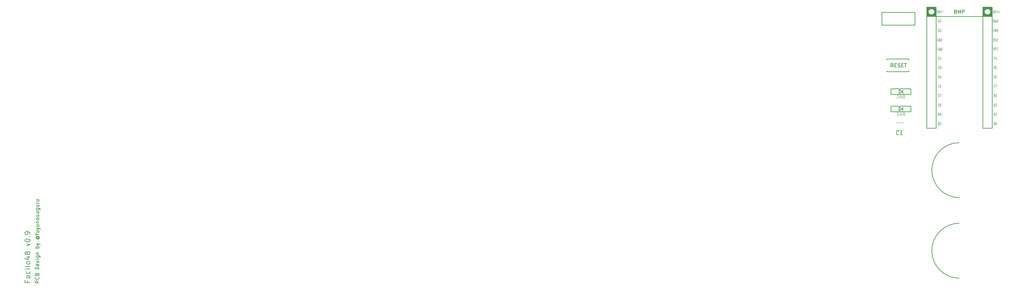
<source format=gbr>
%TF.GenerationSoftware,KiCad,Pcbnew,7.0.1*%
%TF.CreationDate,2023-04-02T20:01:42+09:00*%
%TF.ProjectId,first48,66697273-7434-4382-9e6b-696361645f70,rev?*%
%TF.SameCoordinates,Original*%
%TF.FileFunction,Legend,Top*%
%TF.FilePolarity,Positive*%
%FSLAX46Y46*%
G04 Gerber Fmt 4.6, Leading zero omitted, Abs format (unit mm)*
G04 Created by KiCad (PCBNEW 7.0.1) date 2023-04-02 20:01:42*
%MOMM*%
%LPD*%
G01*
G04 APERTURE LIST*
%ADD10C,0.150000*%
%ADD11C,0.125000*%
%ADD12C,0.120000*%
%ADD13C,1.524000*%
%ADD14C,1.900000*%
%ADD15C,2.000000*%
%ADD16C,3.100000*%
%ADD17C,3.000000*%
%ADD18C,4.000000*%
%ADD19O,1.300000X1.000000*%
%ADD20R,2.000000X1.600000*%
%ADD21O,2.550000X1.800000*%
%ADD22C,14.000000*%
%ADD23R,1.300000X0.950000*%
G04 APERTURE END LIST*
D10*
X21308869Y-125968154D02*
X20308869Y-125968154D01*
X20308869Y-125968154D02*
X20308869Y-125587202D01*
X20308869Y-125587202D02*
X20356488Y-125491964D01*
X20356488Y-125491964D02*
X20404107Y-125444345D01*
X20404107Y-125444345D02*
X20499345Y-125396726D01*
X20499345Y-125396726D02*
X20642202Y-125396726D01*
X20642202Y-125396726D02*
X20737440Y-125444345D01*
X20737440Y-125444345D02*
X20785059Y-125491964D01*
X20785059Y-125491964D02*
X20832678Y-125587202D01*
X20832678Y-125587202D02*
X20832678Y-125968154D01*
X21213630Y-124396726D02*
X21261250Y-124444345D01*
X21261250Y-124444345D02*
X21308869Y-124587202D01*
X21308869Y-124587202D02*
X21308869Y-124682440D01*
X21308869Y-124682440D02*
X21261250Y-124825297D01*
X21261250Y-124825297D02*
X21166011Y-124920535D01*
X21166011Y-124920535D02*
X21070773Y-124968154D01*
X21070773Y-124968154D02*
X20880297Y-125015773D01*
X20880297Y-125015773D02*
X20737440Y-125015773D01*
X20737440Y-125015773D02*
X20546964Y-124968154D01*
X20546964Y-124968154D02*
X20451726Y-124920535D01*
X20451726Y-124920535D02*
X20356488Y-124825297D01*
X20356488Y-124825297D02*
X20308869Y-124682440D01*
X20308869Y-124682440D02*
X20308869Y-124587202D01*
X20308869Y-124587202D02*
X20356488Y-124444345D01*
X20356488Y-124444345D02*
X20404107Y-124396726D01*
X20785059Y-123634821D02*
X20832678Y-123491964D01*
X20832678Y-123491964D02*
X20880297Y-123444345D01*
X20880297Y-123444345D02*
X20975535Y-123396726D01*
X20975535Y-123396726D02*
X21118392Y-123396726D01*
X21118392Y-123396726D02*
X21213630Y-123444345D01*
X21213630Y-123444345D02*
X21261250Y-123491964D01*
X21261250Y-123491964D02*
X21308869Y-123587202D01*
X21308869Y-123587202D02*
X21308869Y-123968154D01*
X21308869Y-123968154D02*
X20308869Y-123968154D01*
X20308869Y-123968154D02*
X20308869Y-123634821D01*
X20308869Y-123634821D02*
X20356488Y-123539583D01*
X20356488Y-123539583D02*
X20404107Y-123491964D01*
X20404107Y-123491964D02*
X20499345Y-123444345D01*
X20499345Y-123444345D02*
X20594583Y-123444345D01*
X20594583Y-123444345D02*
X20689821Y-123491964D01*
X20689821Y-123491964D02*
X20737440Y-123539583D01*
X20737440Y-123539583D02*
X20785059Y-123634821D01*
X20785059Y-123634821D02*
X20785059Y-123968154D01*
X21308869Y-122206249D02*
X20308869Y-122206249D01*
X20308869Y-122206249D02*
X20308869Y-121968154D01*
X20308869Y-121968154D02*
X20356488Y-121825297D01*
X20356488Y-121825297D02*
X20451726Y-121730059D01*
X20451726Y-121730059D02*
X20546964Y-121682440D01*
X20546964Y-121682440D02*
X20737440Y-121634821D01*
X20737440Y-121634821D02*
X20880297Y-121634821D01*
X20880297Y-121634821D02*
X21070773Y-121682440D01*
X21070773Y-121682440D02*
X21166011Y-121730059D01*
X21166011Y-121730059D02*
X21261250Y-121825297D01*
X21261250Y-121825297D02*
X21308869Y-121968154D01*
X21308869Y-121968154D02*
X21308869Y-122206249D01*
X21261250Y-120825297D02*
X21308869Y-120920535D01*
X21308869Y-120920535D02*
X21308869Y-121111011D01*
X21308869Y-121111011D02*
X21261250Y-121206249D01*
X21261250Y-121206249D02*
X21166011Y-121253868D01*
X21166011Y-121253868D02*
X20785059Y-121253868D01*
X20785059Y-121253868D02*
X20689821Y-121206249D01*
X20689821Y-121206249D02*
X20642202Y-121111011D01*
X20642202Y-121111011D02*
X20642202Y-120920535D01*
X20642202Y-120920535D02*
X20689821Y-120825297D01*
X20689821Y-120825297D02*
X20785059Y-120777678D01*
X20785059Y-120777678D02*
X20880297Y-120777678D01*
X20880297Y-120777678D02*
X20975535Y-121253868D01*
X21261250Y-120396725D02*
X21308869Y-120301487D01*
X21308869Y-120301487D02*
X21308869Y-120111011D01*
X21308869Y-120111011D02*
X21261250Y-120015773D01*
X21261250Y-120015773D02*
X21166011Y-119968154D01*
X21166011Y-119968154D02*
X21118392Y-119968154D01*
X21118392Y-119968154D02*
X21023154Y-120015773D01*
X21023154Y-120015773D02*
X20975535Y-120111011D01*
X20975535Y-120111011D02*
X20975535Y-120253868D01*
X20975535Y-120253868D02*
X20927916Y-120349106D01*
X20927916Y-120349106D02*
X20832678Y-120396725D01*
X20832678Y-120396725D02*
X20785059Y-120396725D01*
X20785059Y-120396725D02*
X20689821Y-120349106D01*
X20689821Y-120349106D02*
X20642202Y-120253868D01*
X20642202Y-120253868D02*
X20642202Y-120111011D01*
X20642202Y-120111011D02*
X20689821Y-120015773D01*
X21308869Y-119539582D02*
X20642202Y-119539582D01*
X20308869Y-119539582D02*
X20356488Y-119587201D01*
X20356488Y-119587201D02*
X20404107Y-119539582D01*
X20404107Y-119539582D02*
X20356488Y-119491963D01*
X20356488Y-119491963D02*
X20308869Y-119539582D01*
X20308869Y-119539582D02*
X20404107Y-119539582D01*
X20642202Y-118634821D02*
X21451726Y-118634821D01*
X21451726Y-118634821D02*
X21546964Y-118682440D01*
X21546964Y-118682440D02*
X21594583Y-118730059D01*
X21594583Y-118730059D02*
X21642202Y-118825297D01*
X21642202Y-118825297D02*
X21642202Y-118968154D01*
X21642202Y-118968154D02*
X21594583Y-119063392D01*
X21261250Y-118634821D02*
X21308869Y-118730059D01*
X21308869Y-118730059D02*
X21308869Y-118920535D01*
X21308869Y-118920535D02*
X21261250Y-119015773D01*
X21261250Y-119015773D02*
X21213630Y-119063392D01*
X21213630Y-119063392D02*
X21118392Y-119111011D01*
X21118392Y-119111011D02*
X20832678Y-119111011D01*
X20832678Y-119111011D02*
X20737440Y-119063392D01*
X20737440Y-119063392D02*
X20689821Y-119015773D01*
X20689821Y-119015773D02*
X20642202Y-118920535D01*
X20642202Y-118920535D02*
X20642202Y-118730059D01*
X20642202Y-118730059D02*
X20689821Y-118634821D01*
X20642202Y-118158630D02*
X21308869Y-118158630D01*
X20737440Y-118158630D02*
X20689821Y-118111011D01*
X20689821Y-118111011D02*
X20642202Y-118015773D01*
X20642202Y-118015773D02*
X20642202Y-117872916D01*
X20642202Y-117872916D02*
X20689821Y-117777678D01*
X20689821Y-117777678D02*
X20785059Y-117730059D01*
X20785059Y-117730059D02*
X21308869Y-117730059D01*
X21308869Y-116491963D02*
X20308869Y-116491963D01*
X20689821Y-116491963D02*
X20642202Y-116396725D01*
X20642202Y-116396725D02*
X20642202Y-116206249D01*
X20642202Y-116206249D02*
X20689821Y-116111011D01*
X20689821Y-116111011D02*
X20737440Y-116063392D01*
X20737440Y-116063392D02*
X20832678Y-116015773D01*
X20832678Y-116015773D02*
X21118392Y-116015773D01*
X21118392Y-116015773D02*
X21213630Y-116063392D01*
X21213630Y-116063392D02*
X21261250Y-116111011D01*
X21261250Y-116111011D02*
X21308869Y-116206249D01*
X21308869Y-116206249D02*
X21308869Y-116396725D01*
X21308869Y-116396725D02*
X21261250Y-116491963D01*
X20642202Y-115682439D02*
X21308869Y-115444344D01*
X20642202Y-115206249D02*
X21308869Y-115444344D01*
X21308869Y-115444344D02*
X21546964Y-115539582D01*
X21546964Y-115539582D02*
X21594583Y-115587201D01*
X21594583Y-115587201D02*
X21642202Y-115682439D01*
X20832678Y-113444344D02*
X20785059Y-113491963D01*
X20785059Y-113491963D02*
X20737440Y-113587201D01*
X20737440Y-113587201D02*
X20737440Y-113682439D01*
X20737440Y-113682439D02*
X20785059Y-113777677D01*
X20785059Y-113777677D02*
X20832678Y-113825296D01*
X20832678Y-113825296D02*
X20927916Y-113872915D01*
X20927916Y-113872915D02*
X21023154Y-113872915D01*
X21023154Y-113872915D02*
X21118392Y-113825296D01*
X21118392Y-113825296D02*
X21166011Y-113777677D01*
X21166011Y-113777677D02*
X21213630Y-113682439D01*
X21213630Y-113682439D02*
X21213630Y-113587201D01*
X21213630Y-113587201D02*
X21166011Y-113491963D01*
X21166011Y-113491963D02*
X21118392Y-113444344D01*
X20737440Y-113444344D02*
X21118392Y-113444344D01*
X21118392Y-113444344D02*
X21166011Y-113396725D01*
X21166011Y-113396725D02*
X21166011Y-113349106D01*
X21166011Y-113349106D02*
X21118392Y-113253867D01*
X21118392Y-113253867D02*
X21023154Y-113206248D01*
X21023154Y-113206248D02*
X20785059Y-113206248D01*
X20785059Y-113206248D02*
X20642202Y-113301487D01*
X20642202Y-113301487D02*
X20546964Y-113444344D01*
X20546964Y-113444344D02*
X20499345Y-113634820D01*
X20499345Y-113634820D02*
X20546964Y-113825296D01*
X20546964Y-113825296D02*
X20642202Y-113968153D01*
X20642202Y-113968153D02*
X20785059Y-114063391D01*
X20785059Y-114063391D02*
X20975535Y-114111010D01*
X20975535Y-114111010D02*
X21166011Y-114063391D01*
X21166011Y-114063391D02*
X21308869Y-113968153D01*
X21308869Y-113968153D02*
X21404107Y-113825296D01*
X21404107Y-113825296D02*
X21451726Y-113634820D01*
X21451726Y-113634820D02*
X21404107Y-113444344D01*
X21404107Y-113444344D02*
X21308869Y-113301487D01*
X20642202Y-112920534D02*
X20642202Y-112539582D01*
X21308869Y-112777677D02*
X20451726Y-112777677D01*
X20451726Y-112777677D02*
X20356488Y-112730058D01*
X20356488Y-112730058D02*
X20308869Y-112634820D01*
X20308869Y-112634820D02*
X20308869Y-112539582D01*
X20642202Y-111777677D02*
X21308869Y-111777677D01*
X20642202Y-112206248D02*
X21166011Y-112206248D01*
X21166011Y-112206248D02*
X21261250Y-112158629D01*
X21261250Y-112158629D02*
X21308869Y-112063391D01*
X21308869Y-112063391D02*
X21308869Y-111920534D01*
X21308869Y-111920534D02*
X21261250Y-111825296D01*
X21261250Y-111825296D02*
X21213630Y-111777677D01*
X20642202Y-111396724D02*
X21308869Y-111158629D01*
X20642202Y-110920534D02*
X21308869Y-111158629D01*
X21308869Y-111158629D02*
X21546964Y-111253867D01*
X21546964Y-111253867D02*
X21594583Y-111301486D01*
X21594583Y-111301486D02*
X21642202Y-111396724D01*
X20642202Y-110111010D02*
X21308869Y-110111010D01*
X20642202Y-110539581D02*
X21166011Y-110539581D01*
X21166011Y-110539581D02*
X21261250Y-110491962D01*
X21261250Y-110491962D02*
X21308869Y-110396724D01*
X21308869Y-110396724D02*
X21308869Y-110253867D01*
X21308869Y-110253867D02*
X21261250Y-110158629D01*
X21261250Y-110158629D02*
X21213630Y-110111010D01*
X20642202Y-109634819D02*
X21308869Y-109634819D01*
X20737440Y-109634819D02*
X20689821Y-109587200D01*
X20689821Y-109587200D02*
X20642202Y-109491962D01*
X20642202Y-109491962D02*
X20642202Y-109349105D01*
X20642202Y-109349105D02*
X20689821Y-109253867D01*
X20689821Y-109253867D02*
X20785059Y-109206248D01*
X20785059Y-109206248D02*
X21308869Y-109206248D01*
X21308869Y-108587200D02*
X21261250Y-108682438D01*
X21261250Y-108682438D02*
X21213630Y-108730057D01*
X21213630Y-108730057D02*
X21118392Y-108777676D01*
X21118392Y-108777676D02*
X20832678Y-108777676D01*
X20832678Y-108777676D02*
X20737440Y-108730057D01*
X20737440Y-108730057D02*
X20689821Y-108682438D01*
X20689821Y-108682438D02*
X20642202Y-108587200D01*
X20642202Y-108587200D02*
X20642202Y-108444343D01*
X20642202Y-108444343D02*
X20689821Y-108349105D01*
X20689821Y-108349105D02*
X20737440Y-108301486D01*
X20737440Y-108301486D02*
X20832678Y-108253867D01*
X20832678Y-108253867D02*
X21118392Y-108253867D01*
X21118392Y-108253867D02*
X21213630Y-108301486D01*
X21213630Y-108301486D02*
X21261250Y-108349105D01*
X21261250Y-108349105D02*
X21308869Y-108444343D01*
X21308869Y-108444343D02*
X21308869Y-108587200D01*
X21261250Y-107872914D02*
X21308869Y-107777676D01*
X21308869Y-107777676D02*
X21308869Y-107587200D01*
X21308869Y-107587200D02*
X21261250Y-107491962D01*
X21261250Y-107491962D02*
X21166011Y-107444343D01*
X21166011Y-107444343D02*
X21118392Y-107444343D01*
X21118392Y-107444343D02*
X21023154Y-107491962D01*
X21023154Y-107491962D02*
X20975535Y-107587200D01*
X20975535Y-107587200D02*
X20975535Y-107730057D01*
X20975535Y-107730057D02*
X20927916Y-107825295D01*
X20927916Y-107825295D02*
X20832678Y-107872914D01*
X20832678Y-107872914D02*
X20785059Y-107872914D01*
X20785059Y-107872914D02*
X20689821Y-107825295D01*
X20689821Y-107825295D02*
X20642202Y-107730057D01*
X20642202Y-107730057D02*
X20642202Y-107587200D01*
X20642202Y-107587200D02*
X20689821Y-107491962D01*
X20642202Y-106587200D02*
X21308869Y-106587200D01*
X20642202Y-107015771D02*
X21166011Y-107015771D01*
X21166011Y-107015771D02*
X21261250Y-106968152D01*
X21261250Y-106968152D02*
X21308869Y-106872914D01*
X21308869Y-106872914D02*
X21308869Y-106730057D01*
X21308869Y-106730057D02*
X21261250Y-106634819D01*
X21261250Y-106634819D02*
X21213630Y-106587200D01*
X20642202Y-105682438D02*
X21451726Y-105682438D01*
X21451726Y-105682438D02*
X21546964Y-105730057D01*
X21546964Y-105730057D02*
X21594583Y-105777676D01*
X21594583Y-105777676D02*
X21642202Y-105872914D01*
X21642202Y-105872914D02*
X21642202Y-106015771D01*
X21642202Y-106015771D02*
X21594583Y-106111009D01*
X21261250Y-105682438D02*
X21308869Y-105777676D01*
X21308869Y-105777676D02*
X21308869Y-105968152D01*
X21308869Y-105968152D02*
X21261250Y-106063390D01*
X21261250Y-106063390D02*
X21213630Y-106111009D01*
X21213630Y-106111009D02*
X21118392Y-106158628D01*
X21118392Y-106158628D02*
X20832678Y-106158628D01*
X20832678Y-106158628D02*
X20737440Y-106111009D01*
X20737440Y-106111009D02*
X20689821Y-106063390D01*
X20689821Y-106063390D02*
X20642202Y-105968152D01*
X20642202Y-105968152D02*
X20642202Y-105777676D01*
X20642202Y-105777676D02*
X20689821Y-105682438D01*
X20642202Y-104777676D02*
X21308869Y-104777676D01*
X20642202Y-105206247D02*
X21166011Y-105206247D01*
X21166011Y-105206247D02*
X21261250Y-105158628D01*
X21261250Y-105158628D02*
X21308869Y-105063390D01*
X21308869Y-105063390D02*
X21308869Y-104920533D01*
X21308869Y-104920533D02*
X21261250Y-104825295D01*
X21261250Y-104825295D02*
X21213630Y-104777676D01*
X21308869Y-104301485D02*
X20642202Y-104301485D01*
X20832678Y-104301485D02*
X20737440Y-104253866D01*
X20737440Y-104253866D02*
X20689821Y-104206247D01*
X20689821Y-104206247D02*
X20642202Y-104111009D01*
X20642202Y-104111009D02*
X20642202Y-104015771D01*
X20642202Y-103253866D02*
X21308869Y-103253866D01*
X20642202Y-103682437D02*
X21166011Y-103682437D01*
X21166011Y-103682437D02*
X21261250Y-103634818D01*
X21261250Y-103634818D02*
X21308869Y-103539580D01*
X21308869Y-103539580D02*
X21308869Y-103396723D01*
X21308869Y-103396723D02*
X21261250Y-103301485D01*
X21261250Y-103301485D02*
X21213630Y-103253866D01*
X18145333Y-125406250D02*
X18145333Y-125872916D01*
X18878666Y-125872916D02*
X17478666Y-125872916D01*
X17478666Y-125872916D02*
X17478666Y-125206250D01*
X18878666Y-124072916D02*
X18145333Y-124072916D01*
X18145333Y-124072916D02*
X18012000Y-124139583D01*
X18012000Y-124139583D02*
X17945333Y-124272916D01*
X17945333Y-124272916D02*
X17945333Y-124539583D01*
X17945333Y-124539583D02*
X18012000Y-124672916D01*
X18812000Y-124072916D02*
X18878666Y-124206250D01*
X18878666Y-124206250D02*
X18878666Y-124539583D01*
X18878666Y-124539583D02*
X18812000Y-124672916D01*
X18812000Y-124672916D02*
X18678666Y-124739583D01*
X18678666Y-124739583D02*
X18545333Y-124739583D01*
X18545333Y-124739583D02*
X18412000Y-124672916D01*
X18412000Y-124672916D02*
X18345333Y-124539583D01*
X18345333Y-124539583D02*
X18345333Y-124206250D01*
X18345333Y-124206250D02*
X18278666Y-124072916D01*
X18812000Y-122806249D02*
X18878666Y-122939583D01*
X18878666Y-122939583D02*
X18878666Y-123206249D01*
X18878666Y-123206249D02*
X18812000Y-123339583D01*
X18812000Y-123339583D02*
X18745333Y-123406249D01*
X18745333Y-123406249D02*
X18612000Y-123472916D01*
X18612000Y-123472916D02*
X18212000Y-123472916D01*
X18212000Y-123472916D02*
X18078666Y-123406249D01*
X18078666Y-123406249D02*
X18012000Y-123339583D01*
X18012000Y-123339583D02*
X17945333Y-123206249D01*
X17945333Y-123206249D02*
X17945333Y-122939583D01*
X17945333Y-122939583D02*
X18012000Y-122806249D01*
X18878666Y-122206249D02*
X17945333Y-122206249D01*
X17478666Y-122206249D02*
X17545333Y-122272916D01*
X17545333Y-122272916D02*
X17612000Y-122206249D01*
X17612000Y-122206249D02*
X17545333Y-122139583D01*
X17545333Y-122139583D02*
X17478666Y-122206249D01*
X17478666Y-122206249D02*
X17612000Y-122206249D01*
X18878666Y-121339582D02*
X18812000Y-121472916D01*
X18812000Y-121472916D02*
X18678666Y-121539582D01*
X18678666Y-121539582D02*
X17478666Y-121539582D01*
X18878666Y-120606249D02*
X18812000Y-120739583D01*
X18812000Y-120739583D02*
X18745333Y-120806249D01*
X18745333Y-120806249D02*
X18612000Y-120872916D01*
X18612000Y-120872916D02*
X18212000Y-120872916D01*
X18212000Y-120872916D02*
X18078666Y-120806249D01*
X18078666Y-120806249D02*
X18012000Y-120739583D01*
X18012000Y-120739583D02*
X17945333Y-120606249D01*
X17945333Y-120606249D02*
X17945333Y-120406249D01*
X17945333Y-120406249D02*
X18012000Y-120272916D01*
X18012000Y-120272916D02*
X18078666Y-120206249D01*
X18078666Y-120206249D02*
X18212000Y-120139583D01*
X18212000Y-120139583D02*
X18612000Y-120139583D01*
X18612000Y-120139583D02*
X18745333Y-120206249D01*
X18745333Y-120206249D02*
X18812000Y-120272916D01*
X18812000Y-120272916D02*
X18878666Y-120406249D01*
X18878666Y-120406249D02*
X18878666Y-120606249D01*
X17945333Y-118939582D02*
X18878666Y-118939582D01*
X17412000Y-119272916D02*
X18412000Y-119606249D01*
X18412000Y-119606249D02*
X18412000Y-118739582D01*
X18078666Y-118006249D02*
X18012000Y-118139583D01*
X18012000Y-118139583D02*
X17945333Y-118206249D01*
X17945333Y-118206249D02*
X17812000Y-118272916D01*
X17812000Y-118272916D02*
X17745333Y-118272916D01*
X17745333Y-118272916D02*
X17612000Y-118206249D01*
X17612000Y-118206249D02*
X17545333Y-118139583D01*
X17545333Y-118139583D02*
X17478666Y-118006249D01*
X17478666Y-118006249D02*
X17478666Y-117739583D01*
X17478666Y-117739583D02*
X17545333Y-117606249D01*
X17545333Y-117606249D02*
X17612000Y-117539583D01*
X17612000Y-117539583D02*
X17745333Y-117472916D01*
X17745333Y-117472916D02*
X17812000Y-117472916D01*
X17812000Y-117472916D02*
X17945333Y-117539583D01*
X17945333Y-117539583D02*
X18012000Y-117606249D01*
X18012000Y-117606249D02*
X18078666Y-117739583D01*
X18078666Y-117739583D02*
X18078666Y-118006249D01*
X18078666Y-118006249D02*
X18145333Y-118139583D01*
X18145333Y-118139583D02*
X18212000Y-118206249D01*
X18212000Y-118206249D02*
X18345333Y-118272916D01*
X18345333Y-118272916D02*
X18612000Y-118272916D01*
X18612000Y-118272916D02*
X18745333Y-118206249D01*
X18745333Y-118206249D02*
X18812000Y-118139583D01*
X18812000Y-118139583D02*
X18878666Y-118006249D01*
X18878666Y-118006249D02*
X18878666Y-117739583D01*
X18878666Y-117739583D02*
X18812000Y-117606249D01*
X18812000Y-117606249D02*
X18745333Y-117539583D01*
X18745333Y-117539583D02*
X18612000Y-117472916D01*
X18612000Y-117472916D02*
X18345333Y-117472916D01*
X18345333Y-117472916D02*
X18212000Y-117539583D01*
X18212000Y-117539583D02*
X18145333Y-117606249D01*
X18145333Y-117606249D02*
X18078666Y-117739583D01*
X17945333Y-115939583D02*
X18878666Y-115606249D01*
X18878666Y-115606249D02*
X17945333Y-115272916D01*
X17478666Y-114472916D02*
X17478666Y-114339582D01*
X17478666Y-114339582D02*
X17545333Y-114206249D01*
X17545333Y-114206249D02*
X17612000Y-114139582D01*
X17612000Y-114139582D02*
X17745333Y-114072916D01*
X17745333Y-114072916D02*
X18012000Y-114006249D01*
X18012000Y-114006249D02*
X18345333Y-114006249D01*
X18345333Y-114006249D02*
X18612000Y-114072916D01*
X18612000Y-114072916D02*
X18745333Y-114139582D01*
X18745333Y-114139582D02*
X18812000Y-114206249D01*
X18812000Y-114206249D02*
X18878666Y-114339582D01*
X18878666Y-114339582D02*
X18878666Y-114472916D01*
X18878666Y-114472916D02*
X18812000Y-114606249D01*
X18812000Y-114606249D02*
X18745333Y-114672916D01*
X18745333Y-114672916D02*
X18612000Y-114739582D01*
X18612000Y-114739582D02*
X18345333Y-114806249D01*
X18345333Y-114806249D02*
X18012000Y-114806249D01*
X18012000Y-114806249D02*
X17745333Y-114739582D01*
X17745333Y-114739582D02*
X17612000Y-114672916D01*
X17612000Y-114672916D02*
X17545333Y-114606249D01*
X17545333Y-114606249D02*
X17478666Y-114472916D01*
X18745333Y-113406249D02*
X18812000Y-113339583D01*
X18812000Y-113339583D02*
X18878666Y-113406249D01*
X18878666Y-113406249D02*
X18812000Y-113472916D01*
X18812000Y-113472916D02*
X18745333Y-113406249D01*
X18745333Y-113406249D02*
X18878666Y-113406249D01*
X18878666Y-112672916D02*
X18878666Y-112406249D01*
X18878666Y-112406249D02*
X18812000Y-112272916D01*
X18812000Y-112272916D02*
X18745333Y-112206249D01*
X18745333Y-112206249D02*
X18545333Y-112072916D01*
X18545333Y-112072916D02*
X18278666Y-112006249D01*
X18278666Y-112006249D02*
X17745333Y-112006249D01*
X17745333Y-112006249D02*
X17612000Y-112072916D01*
X17612000Y-112072916D02*
X17545333Y-112139582D01*
X17545333Y-112139582D02*
X17478666Y-112272916D01*
X17478666Y-112272916D02*
X17478666Y-112539582D01*
X17478666Y-112539582D02*
X17545333Y-112672916D01*
X17545333Y-112672916D02*
X17612000Y-112739582D01*
X17612000Y-112739582D02*
X17745333Y-112806249D01*
X17745333Y-112806249D02*
X18078666Y-112806249D01*
X18078666Y-112806249D02*
X18212000Y-112739582D01*
X18212000Y-112739582D02*
X18278666Y-112672916D01*
X18278666Y-112672916D02*
X18345333Y-112539582D01*
X18345333Y-112539582D02*
X18345333Y-112272916D01*
X18345333Y-112272916D02*
X18278666Y-112139582D01*
X18278666Y-112139582D02*
X18212000Y-112072916D01*
X18212000Y-112072916D02*
X18078666Y-112006249D01*
D11*
%TO.C,U1*%
X280889897Y-56750878D02*
X280842278Y-56715164D01*
X280842278Y-56715164D02*
X280770849Y-56715164D01*
X280770849Y-56715164D02*
X280699421Y-56750878D01*
X280699421Y-56750878D02*
X280651802Y-56822307D01*
X280651802Y-56822307D02*
X280627992Y-56893735D01*
X280627992Y-56893735D02*
X280604183Y-57036592D01*
X280604183Y-57036592D02*
X280604183Y-57143735D01*
X280604183Y-57143735D02*
X280627992Y-57286592D01*
X280627992Y-57286592D02*
X280651802Y-57358021D01*
X280651802Y-57358021D02*
X280699421Y-57429450D01*
X280699421Y-57429450D02*
X280770849Y-57465164D01*
X280770849Y-57465164D02*
X280818468Y-57465164D01*
X280818468Y-57465164D02*
X280889897Y-57429450D01*
X280889897Y-57429450D02*
X280913706Y-57393735D01*
X280913706Y-57393735D02*
X280913706Y-57143735D01*
X280913706Y-57143735D02*
X280818468Y-57143735D01*
X281127992Y-57465164D02*
X281127992Y-56715164D01*
X281127992Y-56715164D02*
X281413706Y-57465164D01*
X281413706Y-57465164D02*
X281413706Y-56715164D01*
X281651802Y-57465164D02*
X281651802Y-56715164D01*
X281651802Y-56715164D02*
X281770850Y-56715164D01*
X281770850Y-56715164D02*
X281842278Y-56750878D01*
X281842278Y-56750878D02*
X281889897Y-56822307D01*
X281889897Y-56822307D02*
X281913707Y-56893735D01*
X281913707Y-56893735D02*
X281937516Y-57036592D01*
X281937516Y-57036592D02*
X281937516Y-57143735D01*
X281937516Y-57143735D02*
X281913707Y-57286592D01*
X281913707Y-57286592D02*
X281889897Y-57358021D01*
X281889897Y-57358021D02*
X281842278Y-57429450D01*
X281842278Y-57429450D02*
X281770850Y-57465164D01*
X281770850Y-57465164D02*
X281651802Y-57465164D01*
X281002969Y-74860307D02*
X281074397Y-74896021D01*
X281074397Y-74896021D02*
X281098207Y-74931735D01*
X281098207Y-74931735D02*
X281122016Y-75003164D01*
X281122016Y-75003164D02*
X281122016Y-75110307D01*
X281122016Y-75110307D02*
X281098207Y-75181735D01*
X281098207Y-75181735D02*
X281074397Y-75217450D01*
X281074397Y-75217450D02*
X281026778Y-75253164D01*
X281026778Y-75253164D02*
X280836302Y-75253164D01*
X280836302Y-75253164D02*
X280836302Y-74503164D01*
X280836302Y-74503164D02*
X281002969Y-74503164D01*
X281002969Y-74503164D02*
X281050588Y-74538878D01*
X281050588Y-74538878D02*
X281074397Y-74574592D01*
X281074397Y-74574592D02*
X281098207Y-74646021D01*
X281098207Y-74646021D02*
X281098207Y-74717450D01*
X281098207Y-74717450D02*
X281074397Y-74788878D01*
X281074397Y-74788878D02*
X281050588Y-74824592D01*
X281050588Y-74824592D02*
X281002969Y-74860307D01*
X281002969Y-74860307D02*
X280836302Y-74860307D01*
X281598207Y-75253164D02*
X281312493Y-75253164D01*
X281455350Y-75253164D02*
X281455350Y-74503164D01*
X281455350Y-74503164D02*
X281407731Y-74610307D01*
X281407731Y-74610307D02*
X281360112Y-74681735D01*
X281360112Y-74681735D02*
X281312493Y-74717450D01*
X280925611Y-54925164D02*
X280758945Y-54568021D01*
X280639897Y-54925164D02*
X280639897Y-54175164D01*
X280639897Y-54175164D02*
X280830373Y-54175164D01*
X280830373Y-54175164D02*
X280877992Y-54210878D01*
X280877992Y-54210878D02*
X280901802Y-54246592D01*
X280901802Y-54246592D02*
X280925611Y-54318021D01*
X280925611Y-54318021D02*
X280925611Y-54425164D01*
X280925611Y-54425164D02*
X280901802Y-54496592D01*
X280901802Y-54496592D02*
X280877992Y-54532307D01*
X280877992Y-54532307D02*
X280830373Y-54568021D01*
X280830373Y-54568021D02*
X280639897Y-54568021D01*
X281116088Y-54710878D02*
X281354183Y-54710878D01*
X281068469Y-54925164D02*
X281235135Y-54175164D01*
X281235135Y-54175164D02*
X281401802Y-54925164D01*
X281520849Y-54175164D02*
X281639897Y-54925164D01*
X281639897Y-54925164D02*
X281735135Y-54389450D01*
X281735135Y-54389450D02*
X281830373Y-54925164D01*
X281830373Y-54925164D02*
X281949421Y-54175164D01*
X265725302Y-67625164D02*
X265725302Y-66875164D01*
X265725302Y-66875164D02*
X265844350Y-66875164D01*
X265844350Y-66875164D02*
X265915778Y-66910878D01*
X265915778Y-66910878D02*
X265963397Y-66982307D01*
X265963397Y-66982307D02*
X265987207Y-67053735D01*
X265987207Y-67053735D02*
X266011016Y-67196592D01*
X266011016Y-67196592D02*
X266011016Y-67303735D01*
X266011016Y-67303735D02*
X265987207Y-67446592D01*
X265987207Y-67446592D02*
X265963397Y-67518021D01*
X265963397Y-67518021D02*
X265915778Y-67589450D01*
X265915778Y-67589450D02*
X265844350Y-67625164D01*
X265844350Y-67625164D02*
X265725302Y-67625164D01*
X266320540Y-66875164D02*
X266368159Y-66875164D01*
X266368159Y-66875164D02*
X266415778Y-66910878D01*
X266415778Y-66910878D02*
X266439588Y-66946592D01*
X266439588Y-66946592D02*
X266463397Y-67018021D01*
X266463397Y-67018021D02*
X266487207Y-67160878D01*
X266487207Y-67160878D02*
X266487207Y-67339450D01*
X266487207Y-67339450D02*
X266463397Y-67482307D01*
X266463397Y-67482307D02*
X266439588Y-67553735D01*
X266439588Y-67553735D02*
X266415778Y-67589450D01*
X266415778Y-67589450D02*
X266368159Y-67625164D01*
X266368159Y-67625164D02*
X266320540Y-67625164D01*
X266320540Y-67625164D02*
X266272921Y-67589450D01*
X266272921Y-67589450D02*
X266249112Y-67553735D01*
X266249112Y-67553735D02*
X266225302Y-67482307D01*
X266225302Y-67482307D02*
X266201493Y-67339450D01*
X266201493Y-67339450D02*
X266201493Y-67160878D01*
X266201493Y-67160878D02*
X266225302Y-67018021D01*
X266225302Y-67018021D02*
X266249112Y-66946592D01*
X266249112Y-66946592D02*
X266272921Y-66910878D01*
X266272921Y-66910878D02*
X266320540Y-66875164D01*
X280988684Y-72360307D02*
X280822017Y-72360307D01*
X280822017Y-72753164D02*
X280822017Y-72003164D01*
X280822017Y-72003164D02*
X281060112Y-72003164D01*
X281202969Y-72003164D02*
X281536302Y-72003164D01*
X281536302Y-72003164D02*
X281322017Y-72753164D01*
X280997040Y-60068664D02*
X280830374Y-59711521D01*
X280711326Y-60068664D02*
X280711326Y-59318664D01*
X280711326Y-59318664D02*
X280901802Y-59318664D01*
X280901802Y-59318664D02*
X280949421Y-59354378D01*
X280949421Y-59354378D02*
X280973231Y-59390092D01*
X280973231Y-59390092D02*
X280997040Y-59461521D01*
X280997040Y-59461521D02*
X280997040Y-59568664D01*
X280997040Y-59568664D02*
X280973231Y-59640092D01*
X280973231Y-59640092D02*
X280949421Y-59675807D01*
X280949421Y-59675807D02*
X280901802Y-59711521D01*
X280901802Y-59711521D02*
X280711326Y-59711521D01*
X281187517Y-60032950D02*
X281258945Y-60068664D01*
X281258945Y-60068664D02*
X281377993Y-60068664D01*
X281377993Y-60068664D02*
X281425612Y-60032950D01*
X281425612Y-60032950D02*
X281449421Y-59997235D01*
X281449421Y-59997235D02*
X281473231Y-59925807D01*
X281473231Y-59925807D02*
X281473231Y-59854378D01*
X281473231Y-59854378D02*
X281449421Y-59782950D01*
X281449421Y-59782950D02*
X281425612Y-59747235D01*
X281425612Y-59747235D02*
X281377993Y-59711521D01*
X281377993Y-59711521D02*
X281282755Y-59675807D01*
X281282755Y-59675807D02*
X281235136Y-59640092D01*
X281235136Y-59640092D02*
X281211326Y-59604378D01*
X281211326Y-59604378D02*
X281187517Y-59532950D01*
X281187517Y-59532950D02*
X281187517Y-59461521D01*
X281187517Y-59461521D02*
X281211326Y-59390092D01*
X281211326Y-59390092D02*
X281235136Y-59354378D01*
X281235136Y-59354378D02*
X281282755Y-59318664D01*
X281282755Y-59318664D02*
X281401802Y-59318664D01*
X281401802Y-59318664D02*
X281473231Y-59354378D01*
X281616088Y-59318664D02*
X281901802Y-59318664D01*
X281758945Y-60068664D02*
X281758945Y-59318664D01*
X280988684Y-64710307D02*
X280822017Y-64710307D01*
X280822017Y-65103164D02*
X280822017Y-64353164D01*
X280822017Y-64353164D02*
X281060112Y-64353164D01*
X281464874Y-64603164D02*
X281464874Y-65103164D01*
X281345826Y-64317450D02*
X281226779Y-64853164D01*
X281226779Y-64853164D02*
X281536302Y-64853164D01*
X265725302Y-65085164D02*
X265725302Y-64335164D01*
X265725302Y-64335164D02*
X265844350Y-64335164D01*
X265844350Y-64335164D02*
X265915778Y-64370878D01*
X265915778Y-64370878D02*
X265963397Y-64442307D01*
X265963397Y-64442307D02*
X265987207Y-64513735D01*
X265987207Y-64513735D02*
X266011016Y-64656592D01*
X266011016Y-64656592D02*
X266011016Y-64763735D01*
X266011016Y-64763735D02*
X265987207Y-64906592D01*
X265987207Y-64906592D02*
X265963397Y-64978021D01*
X265963397Y-64978021D02*
X265915778Y-65049450D01*
X265915778Y-65049450D02*
X265844350Y-65085164D01*
X265844350Y-65085164D02*
X265725302Y-65085164D01*
X266487207Y-65085164D02*
X266201493Y-65085164D01*
X266344350Y-65085164D02*
X266344350Y-64335164D01*
X266344350Y-64335164D02*
X266296731Y-64442307D01*
X266296731Y-64442307D02*
X266249112Y-64513735D01*
X266249112Y-64513735D02*
X266201493Y-64549450D01*
X265686302Y-75253164D02*
X265686302Y-74503164D01*
X265686302Y-74503164D02*
X265805350Y-74503164D01*
X265805350Y-74503164D02*
X265876778Y-74538878D01*
X265876778Y-74538878D02*
X265924397Y-74610307D01*
X265924397Y-74610307D02*
X265948207Y-74681735D01*
X265948207Y-74681735D02*
X265972016Y-74824592D01*
X265972016Y-74824592D02*
X265972016Y-74931735D01*
X265972016Y-74931735D02*
X265948207Y-75074592D01*
X265948207Y-75074592D02*
X265924397Y-75146021D01*
X265924397Y-75146021D02*
X265876778Y-75217450D01*
X265876778Y-75217450D02*
X265805350Y-75253164D01*
X265805350Y-75253164D02*
X265686302Y-75253164D01*
X266138683Y-74503164D02*
X266472016Y-74503164D01*
X266472016Y-74503164D02*
X266257731Y-75253164D01*
X265922016Y-72633735D02*
X265898207Y-72669450D01*
X265898207Y-72669450D02*
X265826778Y-72705164D01*
X265826778Y-72705164D02*
X265779159Y-72705164D01*
X265779159Y-72705164D02*
X265707731Y-72669450D01*
X265707731Y-72669450D02*
X265660112Y-72598021D01*
X265660112Y-72598021D02*
X265636302Y-72526592D01*
X265636302Y-72526592D02*
X265612493Y-72383735D01*
X265612493Y-72383735D02*
X265612493Y-72276592D01*
X265612493Y-72276592D02*
X265636302Y-72133735D01*
X265636302Y-72133735D02*
X265660112Y-72062307D01*
X265660112Y-72062307D02*
X265707731Y-71990878D01*
X265707731Y-71990878D02*
X265779159Y-71955164D01*
X265779159Y-71955164D02*
X265826778Y-71955164D01*
X265826778Y-71955164D02*
X265898207Y-71990878D01*
X265898207Y-71990878D02*
X265922016Y-72026592D01*
X266350588Y-71955164D02*
X266255350Y-71955164D01*
X266255350Y-71955164D02*
X266207731Y-71990878D01*
X266207731Y-71990878D02*
X266183921Y-72026592D01*
X266183921Y-72026592D02*
X266136302Y-72133735D01*
X266136302Y-72133735D02*
X266112493Y-72276592D01*
X266112493Y-72276592D02*
X266112493Y-72562307D01*
X266112493Y-72562307D02*
X266136302Y-72633735D01*
X266136302Y-72633735D02*
X266160112Y-72669450D01*
X266160112Y-72669450D02*
X266207731Y-72705164D01*
X266207731Y-72705164D02*
X266302969Y-72705164D01*
X266302969Y-72705164D02*
X266350588Y-72669450D01*
X266350588Y-72669450D02*
X266374397Y-72633735D01*
X266374397Y-72633735D02*
X266398207Y-72562307D01*
X266398207Y-72562307D02*
X266398207Y-72383735D01*
X266398207Y-72383735D02*
X266374397Y-72312307D01*
X266374397Y-72312307D02*
X266350588Y-72276592D01*
X266350588Y-72276592D02*
X266302969Y-72240878D01*
X266302969Y-72240878D02*
X266207731Y-72240878D01*
X266207731Y-72240878D02*
X266160112Y-72276592D01*
X266160112Y-72276592D02*
X266136302Y-72312307D01*
X266136302Y-72312307D02*
X266112493Y-72383735D01*
X281002969Y-79960307D02*
X281074397Y-79996021D01*
X281074397Y-79996021D02*
X281098207Y-80031735D01*
X281098207Y-80031735D02*
X281122016Y-80103164D01*
X281122016Y-80103164D02*
X281122016Y-80210307D01*
X281122016Y-80210307D02*
X281098207Y-80281735D01*
X281098207Y-80281735D02*
X281074397Y-80317450D01*
X281074397Y-80317450D02*
X281026778Y-80353164D01*
X281026778Y-80353164D02*
X280836302Y-80353164D01*
X280836302Y-80353164D02*
X280836302Y-79603164D01*
X280836302Y-79603164D02*
X281002969Y-79603164D01*
X281002969Y-79603164D02*
X281050588Y-79638878D01*
X281050588Y-79638878D02*
X281074397Y-79674592D01*
X281074397Y-79674592D02*
X281098207Y-79746021D01*
X281098207Y-79746021D02*
X281098207Y-79817450D01*
X281098207Y-79817450D02*
X281074397Y-79888878D01*
X281074397Y-79888878D02*
X281050588Y-79924592D01*
X281050588Y-79924592D02*
X281002969Y-79960307D01*
X281002969Y-79960307D02*
X280836302Y-79960307D01*
X281312493Y-79674592D02*
X281336302Y-79638878D01*
X281336302Y-79638878D02*
X281383921Y-79603164D01*
X281383921Y-79603164D02*
X281502969Y-79603164D01*
X281502969Y-79603164D02*
X281550588Y-79638878D01*
X281550588Y-79638878D02*
X281574397Y-79674592D01*
X281574397Y-79674592D02*
X281598207Y-79746021D01*
X281598207Y-79746021D02*
X281598207Y-79817450D01*
X281598207Y-79817450D02*
X281574397Y-79924592D01*
X281574397Y-79924592D02*
X281288683Y-80353164D01*
X281288683Y-80353164D02*
X281598207Y-80353164D01*
X265852969Y-82535807D02*
X265924397Y-82571521D01*
X265924397Y-82571521D02*
X265948207Y-82607235D01*
X265948207Y-82607235D02*
X265972016Y-82678664D01*
X265972016Y-82678664D02*
X265972016Y-82785807D01*
X265972016Y-82785807D02*
X265948207Y-82857235D01*
X265948207Y-82857235D02*
X265924397Y-82892950D01*
X265924397Y-82892950D02*
X265876778Y-82928664D01*
X265876778Y-82928664D02*
X265686302Y-82928664D01*
X265686302Y-82928664D02*
X265686302Y-82178664D01*
X265686302Y-82178664D02*
X265852969Y-82178664D01*
X265852969Y-82178664D02*
X265900588Y-82214378D01*
X265900588Y-82214378D02*
X265924397Y-82250092D01*
X265924397Y-82250092D02*
X265948207Y-82321521D01*
X265948207Y-82321521D02*
X265948207Y-82392950D01*
X265948207Y-82392950D02*
X265924397Y-82464378D01*
X265924397Y-82464378D02*
X265900588Y-82500092D01*
X265900588Y-82500092D02*
X265852969Y-82535807D01*
X265852969Y-82535807D02*
X265686302Y-82535807D01*
X266424397Y-82178664D02*
X266186302Y-82178664D01*
X266186302Y-82178664D02*
X266162493Y-82535807D01*
X266162493Y-82535807D02*
X266186302Y-82500092D01*
X266186302Y-82500092D02*
X266233921Y-82464378D01*
X266233921Y-82464378D02*
X266352969Y-82464378D01*
X266352969Y-82464378D02*
X266400588Y-82500092D01*
X266400588Y-82500092D02*
X266424397Y-82535807D01*
X266424397Y-82535807D02*
X266448207Y-82607235D01*
X266448207Y-82607235D02*
X266448207Y-82785807D01*
X266448207Y-82785807D02*
X266424397Y-82857235D01*
X266424397Y-82857235D02*
X266400588Y-82892950D01*
X266400588Y-82892950D02*
X266352969Y-82928664D01*
X266352969Y-82928664D02*
X266233921Y-82928664D01*
X266233921Y-82928664D02*
X266186302Y-82892950D01*
X266186302Y-82892950D02*
X266162493Y-82857235D01*
X265649897Y-59354378D02*
X265602278Y-59318664D01*
X265602278Y-59318664D02*
X265530849Y-59318664D01*
X265530849Y-59318664D02*
X265459421Y-59354378D01*
X265459421Y-59354378D02*
X265411802Y-59425807D01*
X265411802Y-59425807D02*
X265387992Y-59497235D01*
X265387992Y-59497235D02*
X265364183Y-59640092D01*
X265364183Y-59640092D02*
X265364183Y-59747235D01*
X265364183Y-59747235D02*
X265387992Y-59890092D01*
X265387992Y-59890092D02*
X265411802Y-59961521D01*
X265411802Y-59961521D02*
X265459421Y-60032950D01*
X265459421Y-60032950D02*
X265530849Y-60068664D01*
X265530849Y-60068664D02*
X265578468Y-60068664D01*
X265578468Y-60068664D02*
X265649897Y-60032950D01*
X265649897Y-60032950D02*
X265673706Y-59997235D01*
X265673706Y-59997235D02*
X265673706Y-59747235D01*
X265673706Y-59747235D02*
X265578468Y-59747235D01*
X265887992Y-60068664D02*
X265887992Y-59318664D01*
X265887992Y-59318664D02*
X266173706Y-60068664D01*
X266173706Y-60068664D02*
X266173706Y-59318664D01*
X266411802Y-60068664D02*
X266411802Y-59318664D01*
X266411802Y-59318664D02*
X266530850Y-59318664D01*
X266530850Y-59318664D02*
X266602278Y-59354378D01*
X266602278Y-59354378D02*
X266649897Y-59425807D01*
X266649897Y-59425807D02*
X266673707Y-59497235D01*
X266673707Y-59497235D02*
X266697516Y-59640092D01*
X266697516Y-59640092D02*
X266697516Y-59747235D01*
X266697516Y-59747235D02*
X266673707Y-59890092D01*
X266673707Y-59890092D02*
X266649897Y-59961521D01*
X266649897Y-59961521D02*
X266602278Y-60032950D01*
X266602278Y-60032950D02*
X266530850Y-60068664D01*
X266530850Y-60068664D02*
X266411802Y-60068664D01*
X265710112Y-77455807D02*
X265876779Y-77455807D01*
X265948207Y-77848664D02*
X265710112Y-77848664D01*
X265710112Y-77848664D02*
X265710112Y-77098664D01*
X265710112Y-77098664D02*
X265948207Y-77098664D01*
X266376779Y-77098664D02*
X266281541Y-77098664D01*
X266281541Y-77098664D02*
X266233922Y-77134378D01*
X266233922Y-77134378D02*
X266210112Y-77170092D01*
X266210112Y-77170092D02*
X266162493Y-77277235D01*
X266162493Y-77277235D02*
X266138684Y-77420092D01*
X266138684Y-77420092D02*
X266138684Y-77705807D01*
X266138684Y-77705807D02*
X266162493Y-77777235D01*
X266162493Y-77777235D02*
X266186303Y-77812950D01*
X266186303Y-77812950D02*
X266233922Y-77848664D01*
X266233922Y-77848664D02*
X266329160Y-77848664D01*
X266329160Y-77848664D02*
X266376779Y-77812950D01*
X266376779Y-77812950D02*
X266400588Y-77777235D01*
X266400588Y-77777235D02*
X266424398Y-77705807D01*
X266424398Y-77705807D02*
X266424398Y-77527235D01*
X266424398Y-77527235D02*
X266400588Y-77455807D01*
X266400588Y-77455807D02*
X266376779Y-77420092D01*
X266376779Y-77420092D02*
X266329160Y-77384378D01*
X266329160Y-77384378D02*
X266233922Y-77384378D01*
X266233922Y-77384378D02*
X266186303Y-77420092D01*
X266186303Y-77420092D02*
X266162493Y-77455807D01*
X266162493Y-77455807D02*
X266138684Y-77527235D01*
X265713397Y-61894378D02*
X265665778Y-61858664D01*
X265665778Y-61858664D02*
X265594349Y-61858664D01*
X265594349Y-61858664D02*
X265522921Y-61894378D01*
X265522921Y-61894378D02*
X265475302Y-61965807D01*
X265475302Y-61965807D02*
X265451492Y-62037235D01*
X265451492Y-62037235D02*
X265427683Y-62180092D01*
X265427683Y-62180092D02*
X265427683Y-62287235D01*
X265427683Y-62287235D02*
X265451492Y-62430092D01*
X265451492Y-62430092D02*
X265475302Y-62501521D01*
X265475302Y-62501521D02*
X265522921Y-62572950D01*
X265522921Y-62572950D02*
X265594349Y-62608664D01*
X265594349Y-62608664D02*
X265641968Y-62608664D01*
X265641968Y-62608664D02*
X265713397Y-62572950D01*
X265713397Y-62572950D02*
X265737206Y-62537235D01*
X265737206Y-62537235D02*
X265737206Y-62287235D01*
X265737206Y-62287235D02*
X265641968Y-62287235D01*
X265951492Y-62608664D02*
X265951492Y-61858664D01*
X265951492Y-61858664D02*
X266237206Y-62608664D01*
X266237206Y-62608664D02*
X266237206Y-61858664D01*
X266475302Y-62608664D02*
X266475302Y-61858664D01*
X266475302Y-61858664D02*
X266594350Y-61858664D01*
X266594350Y-61858664D02*
X266665778Y-61894378D01*
X266665778Y-61894378D02*
X266713397Y-61965807D01*
X266713397Y-61965807D02*
X266737207Y-62037235D01*
X266737207Y-62037235D02*
X266761016Y-62180092D01*
X266761016Y-62180092D02*
X266761016Y-62287235D01*
X266761016Y-62287235D02*
X266737207Y-62430092D01*
X266737207Y-62430092D02*
X266713397Y-62501521D01*
X266713397Y-62501521D02*
X266665778Y-62572950D01*
X266665778Y-62572950D02*
X266594350Y-62608664D01*
X266594350Y-62608664D02*
X266475302Y-62608664D01*
X281002969Y-77455807D02*
X281074397Y-77491521D01*
X281074397Y-77491521D02*
X281098207Y-77527235D01*
X281098207Y-77527235D02*
X281122016Y-77598664D01*
X281122016Y-77598664D02*
X281122016Y-77705807D01*
X281122016Y-77705807D02*
X281098207Y-77777235D01*
X281098207Y-77777235D02*
X281074397Y-77812950D01*
X281074397Y-77812950D02*
X281026778Y-77848664D01*
X281026778Y-77848664D02*
X280836302Y-77848664D01*
X280836302Y-77848664D02*
X280836302Y-77098664D01*
X280836302Y-77098664D02*
X281002969Y-77098664D01*
X281002969Y-77098664D02*
X281050588Y-77134378D01*
X281050588Y-77134378D02*
X281074397Y-77170092D01*
X281074397Y-77170092D02*
X281098207Y-77241521D01*
X281098207Y-77241521D02*
X281098207Y-77312950D01*
X281098207Y-77312950D02*
X281074397Y-77384378D01*
X281074397Y-77384378D02*
X281050588Y-77420092D01*
X281050588Y-77420092D02*
X281002969Y-77455807D01*
X281002969Y-77455807D02*
X280836302Y-77455807D01*
X281288683Y-77098664D02*
X281598207Y-77098664D01*
X281598207Y-77098664D02*
X281431540Y-77384378D01*
X281431540Y-77384378D02*
X281502969Y-77384378D01*
X281502969Y-77384378D02*
X281550588Y-77420092D01*
X281550588Y-77420092D02*
X281574397Y-77455807D01*
X281574397Y-77455807D02*
X281598207Y-77527235D01*
X281598207Y-77527235D02*
X281598207Y-77705807D01*
X281598207Y-77705807D02*
X281574397Y-77777235D01*
X281574397Y-77777235D02*
X281550588Y-77812950D01*
X281550588Y-77812950D02*
X281502969Y-77848664D01*
X281502969Y-77848664D02*
X281360112Y-77848664D01*
X281360112Y-77848664D02*
X281312493Y-77812950D01*
X281312493Y-77812950D02*
X281288683Y-77777235D01*
X265576779Y-51992307D02*
X265648207Y-52028021D01*
X265648207Y-52028021D02*
X265672017Y-52063735D01*
X265672017Y-52063735D02*
X265695826Y-52135164D01*
X265695826Y-52135164D02*
X265695826Y-52242307D01*
X265695826Y-52242307D02*
X265672017Y-52313735D01*
X265672017Y-52313735D02*
X265648207Y-52349450D01*
X265648207Y-52349450D02*
X265600588Y-52385164D01*
X265600588Y-52385164D02*
X265410112Y-52385164D01*
X265410112Y-52385164D02*
X265410112Y-51635164D01*
X265410112Y-51635164D02*
X265576779Y-51635164D01*
X265576779Y-51635164D02*
X265624398Y-51670878D01*
X265624398Y-51670878D02*
X265648207Y-51706592D01*
X265648207Y-51706592D02*
X265672017Y-51778021D01*
X265672017Y-51778021D02*
X265672017Y-51849450D01*
X265672017Y-51849450D02*
X265648207Y-51920878D01*
X265648207Y-51920878D02*
X265624398Y-51956592D01*
X265624398Y-51956592D02*
X265576779Y-51992307D01*
X265576779Y-51992307D02*
X265410112Y-51992307D01*
X265886303Y-52170878D02*
X266124398Y-52170878D01*
X265838684Y-52385164D02*
X266005350Y-51635164D01*
X266005350Y-51635164D02*
X266172017Y-52385164D01*
X266267255Y-51635164D02*
X266552969Y-51635164D01*
X266410112Y-52385164D02*
X266410112Y-51635164D01*
X266719635Y-52099450D02*
X267100588Y-52099450D01*
X281002969Y-82510307D02*
X281074397Y-82546021D01*
X281074397Y-82546021D02*
X281098207Y-82581735D01*
X281098207Y-82581735D02*
X281122016Y-82653164D01*
X281122016Y-82653164D02*
X281122016Y-82760307D01*
X281122016Y-82760307D02*
X281098207Y-82831735D01*
X281098207Y-82831735D02*
X281074397Y-82867450D01*
X281074397Y-82867450D02*
X281026778Y-82903164D01*
X281026778Y-82903164D02*
X280836302Y-82903164D01*
X280836302Y-82903164D02*
X280836302Y-82153164D01*
X280836302Y-82153164D02*
X281002969Y-82153164D01*
X281002969Y-82153164D02*
X281050588Y-82188878D01*
X281050588Y-82188878D02*
X281074397Y-82224592D01*
X281074397Y-82224592D02*
X281098207Y-82296021D01*
X281098207Y-82296021D02*
X281098207Y-82367450D01*
X281098207Y-82367450D02*
X281074397Y-82438878D01*
X281074397Y-82438878D02*
X281050588Y-82474592D01*
X281050588Y-82474592D02*
X281002969Y-82510307D01*
X281002969Y-82510307D02*
X280836302Y-82510307D01*
X281550588Y-82153164D02*
X281455350Y-82153164D01*
X281455350Y-82153164D02*
X281407731Y-82188878D01*
X281407731Y-82188878D02*
X281383921Y-82224592D01*
X281383921Y-82224592D02*
X281336302Y-82331735D01*
X281336302Y-82331735D02*
X281312493Y-82474592D01*
X281312493Y-82474592D02*
X281312493Y-82760307D01*
X281312493Y-82760307D02*
X281336302Y-82831735D01*
X281336302Y-82831735D02*
X281360112Y-82867450D01*
X281360112Y-82867450D02*
X281407731Y-82903164D01*
X281407731Y-82903164D02*
X281502969Y-82903164D01*
X281502969Y-82903164D02*
X281550588Y-82867450D01*
X281550588Y-82867450D02*
X281574397Y-82831735D01*
X281574397Y-82831735D02*
X281598207Y-82760307D01*
X281598207Y-82760307D02*
X281598207Y-82581735D01*
X281598207Y-82581735D02*
X281574397Y-82510307D01*
X281574397Y-82510307D02*
X281550588Y-82474592D01*
X281550588Y-82474592D02*
X281502969Y-82438878D01*
X281502969Y-82438878D02*
X281407731Y-82438878D01*
X281407731Y-82438878D02*
X281360112Y-82474592D01*
X281360112Y-82474592D02*
X281336302Y-82510307D01*
X281336302Y-82510307D02*
X281312493Y-82581735D01*
X280604184Y-61795164D02*
X280770850Y-62545164D01*
X280770850Y-62545164D02*
X280937517Y-61795164D01*
X281389897Y-62473735D02*
X281366088Y-62509450D01*
X281366088Y-62509450D02*
X281294659Y-62545164D01*
X281294659Y-62545164D02*
X281247040Y-62545164D01*
X281247040Y-62545164D02*
X281175612Y-62509450D01*
X281175612Y-62509450D02*
X281127993Y-62438021D01*
X281127993Y-62438021D02*
X281104183Y-62366592D01*
X281104183Y-62366592D02*
X281080374Y-62223735D01*
X281080374Y-62223735D02*
X281080374Y-62116592D01*
X281080374Y-62116592D02*
X281104183Y-61973735D01*
X281104183Y-61973735D02*
X281127993Y-61902307D01*
X281127993Y-61902307D02*
X281175612Y-61830878D01*
X281175612Y-61830878D02*
X281247040Y-61795164D01*
X281247040Y-61795164D02*
X281294659Y-61795164D01*
X281294659Y-61795164D02*
X281366088Y-61830878D01*
X281366088Y-61830878D02*
X281389897Y-61866592D01*
X281889897Y-62473735D02*
X281866088Y-62509450D01*
X281866088Y-62509450D02*
X281794659Y-62545164D01*
X281794659Y-62545164D02*
X281747040Y-62545164D01*
X281747040Y-62545164D02*
X281675612Y-62509450D01*
X281675612Y-62509450D02*
X281627993Y-62438021D01*
X281627993Y-62438021D02*
X281604183Y-62366592D01*
X281604183Y-62366592D02*
X281580374Y-62223735D01*
X281580374Y-62223735D02*
X281580374Y-62116592D01*
X281580374Y-62116592D02*
X281604183Y-61973735D01*
X281604183Y-61973735D02*
X281627993Y-61902307D01*
X281627993Y-61902307D02*
X281675612Y-61830878D01*
X281675612Y-61830878D02*
X281747040Y-61795164D01*
X281747040Y-61795164D02*
X281794659Y-61795164D01*
X281794659Y-61795164D02*
X281866088Y-61830878D01*
X281866088Y-61830878D02*
X281889897Y-61866592D01*
X265686302Y-70203164D02*
X265686302Y-69453164D01*
X265686302Y-69453164D02*
X265805350Y-69453164D01*
X265805350Y-69453164D02*
X265876778Y-69488878D01*
X265876778Y-69488878D02*
X265924397Y-69560307D01*
X265924397Y-69560307D02*
X265948207Y-69631735D01*
X265948207Y-69631735D02*
X265972016Y-69774592D01*
X265972016Y-69774592D02*
X265972016Y-69881735D01*
X265972016Y-69881735D02*
X265948207Y-70024592D01*
X265948207Y-70024592D02*
X265924397Y-70096021D01*
X265924397Y-70096021D02*
X265876778Y-70167450D01*
X265876778Y-70167450D02*
X265805350Y-70203164D01*
X265805350Y-70203164D02*
X265686302Y-70203164D01*
X266400588Y-69703164D02*
X266400588Y-70203164D01*
X266281540Y-69417450D02*
X266162493Y-69953164D01*
X266162493Y-69953164D02*
X266472016Y-69953164D01*
X265686302Y-54925164D02*
X265686302Y-54175164D01*
X265686302Y-54175164D02*
X265805350Y-54175164D01*
X265805350Y-54175164D02*
X265876778Y-54210878D01*
X265876778Y-54210878D02*
X265924397Y-54282307D01*
X265924397Y-54282307D02*
X265948207Y-54353735D01*
X265948207Y-54353735D02*
X265972016Y-54496592D01*
X265972016Y-54496592D02*
X265972016Y-54603735D01*
X265972016Y-54603735D02*
X265948207Y-54746592D01*
X265948207Y-54746592D02*
X265924397Y-54818021D01*
X265924397Y-54818021D02*
X265876778Y-54889450D01*
X265876778Y-54889450D02*
X265805350Y-54925164D01*
X265805350Y-54925164D02*
X265686302Y-54925164D01*
X266138683Y-54175164D02*
X266448207Y-54175164D01*
X266448207Y-54175164D02*
X266281540Y-54460878D01*
X266281540Y-54460878D02*
X266352969Y-54460878D01*
X266352969Y-54460878D02*
X266400588Y-54496592D01*
X266400588Y-54496592D02*
X266424397Y-54532307D01*
X266424397Y-54532307D02*
X266448207Y-54603735D01*
X266448207Y-54603735D02*
X266448207Y-54782307D01*
X266448207Y-54782307D02*
X266424397Y-54853735D01*
X266424397Y-54853735D02*
X266400588Y-54889450D01*
X266400588Y-54889450D02*
X266352969Y-54925164D01*
X266352969Y-54925164D02*
X266210112Y-54925164D01*
X266210112Y-54925164D02*
X266162493Y-54889450D01*
X266162493Y-54889450D02*
X266138683Y-54853735D01*
X280938684Y-67232307D02*
X280772017Y-67232307D01*
X280772017Y-67625164D02*
X280772017Y-66875164D01*
X280772017Y-66875164D02*
X281010112Y-66875164D01*
X281438683Y-66875164D02*
X281200588Y-66875164D01*
X281200588Y-66875164D02*
X281176779Y-67232307D01*
X281176779Y-67232307D02*
X281200588Y-67196592D01*
X281200588Y-67196592D02*
X281248207Y-67160878D01*
X281248207Y-67160878D02*
X281367255Y-67160878D01*
X281367255Y-67160878D02*
X281414874Y-67196592D01*
X281414874Y-67196592D02*
X281438683Y-67232307D01*
X281438683Y-67232307D02*
X281462493Y-67303735D01*
X281462493Y-67303735D02*
X281462493Y-67482307D01*
X281462493Y-67482307D02*
X281438683Y-67553735D01*
X281438683Y-67553735D02*
X281414874Y-67589450D01*
X281414874Y-67589450D02*
X281367255Y-67625164D01*
X281367255Y-67625164D02*
X281248207Y-67625164D01*
X281248207Y-67625164D02*
X281200588Y-67589450D01*
X281200588Y-67589450D02*
X281176779Y-67553735D01*
D10*
D11*
X280988684Y-69772307D02*
X280822017Y-69772307D01*
X280822017Y-70165164D02*
X280822017Y-69415164D01*
X280822017Y-69415164D02*
X281060112Y-69415164D01*
X281464874Y-69415164D02*
X281369636Y-69415164D01*
X281369636Y-69415164D02*
X281322017Y-69450878D01*
X281322017Y-69450878D02*
X281298207Y-69486592D01*
X281298207Y-69486592D02*
X281250588Y-69593735D01*
X281250588Y-69593735D02*
X281226779Y-69736592D01*
X281226779Y-69736592D02*
X281226779Y-70022307D01*
X281226779Y-70022307D02*
X281250588Y-70093735D01*
X281250588Y-70093735D02*
X281274398Y-70129450D01*
X281274398Y-70129450D02*
X281322017Y-70165164D01*
X281322017Y-70165164D02*
X281417255Y-70165164D01*
X281417255Y-70165164D02*
X281464874Y-70129450D01*
X281464874Y-70129450D02*
X281488683Y-70093735D01*
X281488683Y-70093735D02*
X281512493Y-70022307D01*
X281512493Y-70022307D02*
X281512493Y-69843735D01*
X281512493Y-69843735D02*
X281488683Y-69772307D01*
X281488683Y-69772307D02*
X281464874Y-69736592D01*
X281464874Y-69736592D02*
X281417255Y-69700878D01*
X281417255Y-69700878D02*
X281322017Y-69700878D01*
X281322017Y-69700878D02*
X281274398Y-69736592D01*
X281274398Y-69736592D02*
X281250588Y-69772307D01*
X281250588Y-69772307D02*
X281226779Y-69843735D01*
D10*
X270462550Y-51995009D02*
X270605407Y-52042628D01*
X270605407Y-52042628D02*
X270653026Y-52090247D01*
X270653026Y-52090247D02*
X270700645Y-52185485D01*
X270700645Y-52185485D02*
X270700645Y-52328342D01*
X270700645Y-52328342D02*
X270653026Y-52423580D01*
X270653026Y-52423580D02*
X270605407Y-52471200D01*
X270605407Y-52471200D02*
X270510169Y-52518819D01*
X270510169Y-52518819D02*
X270129217Y-52518819D01*
X270129217Y-52518819D02*
X270129217Y-51518819D01*
X270129217Y-51518819D02*
X270462550Y-51518819D01*
X270462550Y-51518819D02*
X270557788Y-51566438D01*
X270557788Y-51566438D02*
X270605407Y-51614057D01*
X270605407Y-51614057D02*
X270653026Y-51709295D01*
X270653026Y-51709295D02*
X270653026Y-51804533D01*
X270653026Y-51804533D02*
X270605407Y-51899771D01*
X270605407Y-51899771D02*
X270557788Y-51947390D01*
X270557788Y-51947390D02*
X270462550Y-51995009D01*
X270462550Y-51995009D02*
X270129217Y-51995009D01*
X271129217Y-52518819D02*
X271129217Y-51518819D01*
X271129217Y-51518819D02*
X271462550Y-52233104D01*
X271462550Y-52233104D02*
X271795883Y-51518819D01*
X271795883Y-51518819D02*
X271795883Y-52518819D01*
X272272074Y-52518819D02*
X272272074Y-51518819D01*
X272272074Y-51518819D02*
X272653026Y-51518819D01*
X272653026Y-51518819D02*
X272748264Y-51566438D01*
X272748264Y-51566438D02*
X272795883Y-51614057D01*
X272795883Y-51614057D02*
X272843502Y-51709295D01*
X272843502Y-51709295D02*
X272843502Y-51852152D01*
X272843502Y-51852152D02*
X272795883Y-51947390D01*
X272795883Y-51947390D02*
X272748264Y-51995009D01*
X272748264Y-51995009D02*
X272653026Y-52042628D01*
X272653026Y-52042628D02*
X272272074Y-52042628D01*
D11*
X265852969Y-79932307D02*
X265924397Y-79968021D01*
X265924397Y-79968021D02*
X265948207Y-80003735D01*
X265948207Y-80003735D02*
X265972016Y-80075164D01*
X265972016Y-80075164D02*
X265972016Y-80182307D01*
X265972016Y-80182307D02*
X265948207Y-80253735D01*
X265948207Y-80253735D02*
X265924397Y-80289450D01*
X265924397Y-80289450D02*
X265876778Y-80325164D01*
X265876778Y-80325164D02*
X265686302Y-80325164D01*
X265686302Y-80325164D02*
X265686302Y-79575164D01*
X265686302Y-79575164D02*
X265852969Y-79575164D01*
X265852969Y-79575164D02*
X265900588Y-79610878D01*
X265900588Y-79610878D02*
X265924397Y-79646592D01*
X265924397Y-79646592D02*
X265948207Y-79718021D01*
X265948207Y-79718021D02*
X265948207Y-79789450D01*
X265948207Y-79789450D02*
X265924397Y-79860878D01*
X265924397Y-79860878D02*
X265900588Y-79896592D01*
X265900588Y-79896592D02*
X265852969Y-79932307D01*
X265852969Y-79932307D02*
X265686302Y-79932307D01*
X266400588Y-79825164D02*
X266400588Y-80325164D01*
X266281540Y-79539450D02*
X266162493Y-80075164D01*
X266162493Y-80075164D02*
X266472016Y-80075164D01*
X280792279Y-51992307D02*
X280863707Y-52028021D01*
X280863707Y-52028021D02*
X280887517Y-52063735D01*
X280887517Y-52063735D02*
X280911326Y-52135164D01*
X280911326Y-52135164D02*
X280911326Y-52242307D01*
X280911326Y-52242307D02*
X280887517Y-52313735D01*
X280887517Y-52313735D02*
X280863707Y-52349450D01*
X280863707Y-52349450D02*
X280816088Y-52385164D01*
X280816088Y-52385164D02*
X280625612Y-52385164D01*
X280625612Y-52385164D02*
X280625612Y-51635164D01*
X280625612Y-51635164D02*
X280792279Y-51635164D01*
X280792279Y-51635164D02*
X280839898Y-51670878D01*
X280839898Y-51670878D02*
X280863707Y-51706592D01*
X280863707Y-51706592D02*
X280887517Y-51778021D01*
X280887517Y-51778021D02*
X280887517Y-51849450D01*
X280887517Y-51849450D02*
X280863707Y-51920878D01*
X280863707Y-51920878D02*
X280839898Y-51956592D01*
X280839898Y-51956592D02*
X280792279Y-51992307D01*
X280792279Y-51992307D02*
X280625612Y-51992307D01*
X281101803Y-52170878D02*
X281339898Y-52170878D01*
X281054184Y-52385164D02*
X281220850Y-51635164D01*
X281220850Y-51635164D02*
X281387517Y-52385164D01*
X281482755Y-51635164D02*
X281768469Y-51635164D01*
X281625612Y-52385164D02*
X281625612Y-51635164D01*
X281935135Y-52099450D02*
X282316088Y-52099450D01*
X282125611Y-52385164D02*
X282125611Y-51813735D01*
X265736302Y-57453164D02*
X265736302Y-56703164D01*
X265736302Y-56703164D02*
X265855350Y-56703164D01*
X265855350Y-56703164D02*
X265926778Y-56738878D01*
X265926778Y-56738878D02*
X265974397Y-56810307D01*
X265974397Y-56810307D02*
X265998207Y-56881735D01*
X265998207Y-56881735D02*
X266022016Y-57024592D01*
X266022016Y-57024592D02*
X266022016Y-57131735D01*
X266022016Y-57131735D02*
X265998207Y-57274592D01*
X265998207Y-57274592D02*
X265974397Y-57346021D01*
X265974397Y-57346021D02*
X265926778Y-57417450D01*
X265926778Y-57417450D02*
X265855350Y-57453164D01*
X265855350Y-57453164D02*
X265736302Y-57453164D01*
X266212493Y-56774592D02*
X266236302Y-56738878D01*
X266236302Y-56738878D02*
X266283921Y-56703164D01*
X266283921Y-56703164D02*
X266402969Y-56703164D01*
X266402969Y-56703164D02*
X266450588Y-56738878D01*
X266450588Y-56738878D02*
X266474397Y-56774592D01*
X266474397Y-56774592D02*
X266498207Y-56846021D01*
X266498207Y-56846021D02*
X266498207Y-56917450D01*
X266498207Y-56917450D02*
X266474397Y-57024592D01*
X266474397Y-57024592D02*
X266188683Y-57453164D01*
X266188683Y-57453164D02*
X266498207Y-57453164D01*
D10*
%TO.C,C1*%
X255008383Y-85461080D02*
X254960764Y-85508700D01*
X254960764Y-85508700D02*
X254817907Y-85556319D01*
X254817907Y-85556319D02*
X254722669Y-85556319D01*
X254722669Y-85556319D02*
X254579812Y-85508700D01*
X254579812Y-85508700D02*
X254484574Y-85413461D01*
X254484574Y-85413461D02*
X254436955Y-85318223D01*
X254436955Y-85318223D02*
X254389336Y-85127747D01*
X254389336Y-85127747D02*
X254389336Y-84984890D01*
X254389336Y-84984890D02*
X254436955Y-84794414D01*
X254436955Y-84794414D02*
X254484574Y-84699176D01*
X254484574Y-84699176D02*
X254579812Y-84603938D01*
X254579812Y-84603938D02*
X254722669Y-84556319D01*
X254722669Y-84556319D02*
X254817907Y-84556319D01*
X254817907Y-84556319D02*
X254960764Y-84603938D01*
X254960764Y-84603938D02*
X255008383Y-84651557D01*
X255960764Y-85556319D02*
X255389336Y-85556319D01*
X255675050Y-85556319D02*
X255675050Y-84556319D01*
X255675050Y-84556319D02*
X255579812Y-84699176D01*
X255579812Y-84699176D02*
X255484574Y-84794414D01*
X255484574Y-84794414D02*
X255389336Y-84842033D01*
%TO.C,SW49*%
X253468368Y-67137619D02*
X253135035Y-66661428D01*
X252896940Y-67137619D02*
X252896940Y-66137619D01*
X252896940Y-66137619D02*
X253277892Y-66137619D01*
X253277892Y-66137619D02*
X253373130Y-66185238D01*
X253373130Y-66185238D02*
X253420749Y-66232857D01*
X253420749Y-66232857D02*
X253468368Y-66328095D01*
X253468368Y-66328095D02*
X253468368Y-66470952D01*
X253468368Y-66470952D02*
X253420749Y-66566190D01*
X253420749Y-66566190D02*
X253373130Y-66613809D01*
X253373130Y-66613809D02*
X253277892Y-66661428D01*
X253277892Y-66661428D02*
X252896940Y-66661428D01*
X253896940Y-66613809D02*
X254230273Y-66613809D01*
X254373130Y-67137619D02*
X253896940Y-67137619D01*
X253896940Y-67137619D02*
X253896940Y-66137619D01*
X253896940Y-66137619D02*
X254373130Y-66137619D01*
X254754083Y-67090000D02*
X254896940Y-67137619D01*
X254896940Y-67137619D02*
X255135035Y-67137619D01*
X255135035Y-67137619D02*
X255230273Y-67090000D01*
X255230273Y-67090000D02*
X255277892Y-67042380D01*
X255277892Y-67042380D02*
X255325511Y-66947142D01*
X255325511Y-66947142D02*
X255325511Y-66851904D01*
X255325511Y-66851904D02*
X255277892Y-66756666D01*
X255277892Y-66756666D02*
X255230273Y-66709047D01*
X255230273Y-66709047D02*
X255135035Y-66661428D01*
X255135035Y-66661428D02*
X254944559Y-66613809D01*
X254944559Y-66613809D02*
X254849321Y-66566190D01*
X254849321Y-66566190D02*
X254801702Y-66518571D01*
X254801702Y-66518571D02*
X254754083Y-66423333D01*
X254754083Y-66423333D02*
X254754083Y-66328095D01*
X254754083Y-66328095D02*
X254801702Y-66232857D01*
X254801702Y-66232857D02*
X254849321Y-66185238D01*
X254849321Y-66185238D02*
X254944559Y-66137619D01*
X254944559Y-66137619D02*
X255182654Y-66137619D01*
X255182654Y-66137619D02*
X255325511Y-66185238D01*
X255754083Y-66613809D02*
X256087416Y-66613809D01*
X256230273Y-67137619D02*
X255754083Y-67137619D01*
X255754083Y-67137619D02*
X255754083Y-66137619D01*
X255754083Y-66137619D02*
X256230273Y-66137619D01*
X256515988Y-66137619D02*
X257087416Y-66137619D01*
X256801702Y-67137619D02*
X256801702Y-66137619D01*
D11*
%TO.C,D50*%
X254584821Y-75588795D02*
X254584821Y-74788795D01*
X254584821Y-74788795D02*
X254775297Y-74788795D01*
X254775297Y-74788795D02*
X254889583Y-74826890D01*
X254889583Y-74826890D02*
X254965773Y-74903080D01*
X254965773Y-74903080D02*
X255003868Y-74979271D01*
X255003868Y-74979271D02*
X255041964Y-75131652D01*
X255041964Y-75131652D02*
X255041964Y-75245938D01*
X255041964Y-75245938D02*
X255003868Y-75398319D01*
X255003868Y-75398319D02*
X254965773Y-75474509D01*
X254965773Y-75474509D02*
X254889583Y-75550700D01*
X254889583Y-75550700D02*
X254775297Y-75588795D01*
X254775297Y-75588795D02*
X254584821Y-75588795D01*
X255765773Y-74788795D02*
X255384821Y-74788795D01*
X255384821Y-74788795D02*
X255346725Y-75169747D01*
X255346725Y-75169747D02*
X255384821Y-75131652D01*
X255384821Y-75131652D02*
X255461011Y-75093557D01*
X255461011Y-75093557D02*
X255651487Y-75093557D01*
X255651487Y-75093557D02*
X255727678Y-75131652D01*
X255727678Y-75131652D02*
X255765773Y-75169747D01*
X255765773Y-75169747D02*
X255803868Y-75245938D01*
X255803868Y-75245938D02*
X255803868Y-75436414D01*
X255803868Y-75436414D02*
X255765773Y-75512604D01*
X255765773Y-75512604D02*
X255727678Y-75550700D01*
X255727678Y-75550700D02*
X255651487Y-75588795D01*
X255651487Y-75588795D02*
X255461011Y-75588795D01*
X255461011Y-75588795D02*
X255384821Y-75550700D01*
X255384821Y-75550700D02*
X255346725Y-75512604D01*
X256299107Y-74788795D02*
X256375297Y-74788795D01*
X256375297Y-74788795D02*
X256451488Y-74826890D01*
X256451488Y-74826890D02*
X256489583Y-74864985D01*
X256489583Y-74864985D02*
X256527678Y-74941176D01*
X256527678Y-74941176D02*
X256565773Y-75093557D01*
X256565773Y-75093557D02*
X256565773Y-75284033D01*
X256565773Y-75284033D02*
X256527678Y-75436414D01*
X256527678Y-75436414D02*
X256489583Y-75512604D01*
X256489583Y-75512604D02*
X256451488Y-75550700D01*
X256451488Y-75550700D02*
X256375297Y-75588795D01*
X256375297Y-75588795D02*
X256299107Y-75588795D01*
X256299107Y-75588795D02*
X256222916Y-75550700D01*
X256222916Y-75550700D02*
X256184821Y-75512604D01*
X256184821Y-75512604D02*
X256146726Y-75436414D01*
X256146726Y-75436414D02*
X256108630Y-75284033D01*
X256108630Y-75284033D02*
X256108630Y-75093557D01*
X256108630Y-75093557D02*
X256146726Y-74941176D01*
X256146726Y-74941176D02*
X256184821Y-74864985D01*
X256184821Y-74864985D02*
X256222916Y-74826890D01*
X256222916Y-74826890D02*
X256299107Y-74788795D01*
%TO.C,D49*%
X254584821Y-80351295D02*
X254584821Y-79551295D01*
X254584821Y-79551295D02*
X254775297Y-79551295D01*
X254775297Y-79551295D02*
X254889583Y-79589390D01*
X254889583Y-79589390D02*
X254965773Y-79665580D01*
X254965773Y-79665580D02*
X255003868Y-79741771D01*
X255003868Y-79741771D02*
X255041964Y-79894152D01*
X255041964Y-79894152D02*
X255041964Y-80008438D01*
X255041964Y-80008438D02*
X255003868Y-80160819D01*
X255003868Y-80160819D02*
X254965773Y-80237009D01*
X254965773Y-80237009D02*
X254889583Y-80313200D01*
X254889583Y-80313200D02*
X254775297Y-80351295D01*
X254775297Y-80351295D02*
X254584821Y-80351295D01*
X255727678Y-79817961D02*
X255727678Y-80351295D01*
X255537202Y-79513200D02*
X255346725Y-80084628D01*
X255346725Y-80084628D02*
X255841964Y-80084628D01*
X256184821Y-80351295D02*
X256337202Y-80351295D01*
X256337202Y-80351295D02*
X256413392Y-80313200D01*
X256413392Y-80313200D02*
X256451488Y-80275104D01*
X256451488Y-80275104D02*
X256527678Y-80160819D01*
X256527678Y-80160819D02*
X256565773Y-80008438D01*
X256565773Y-80008438D02*
X256565773Y-79703676D01*
X256565773Y-79703676D02*
X256527678Y-79627485D01*
X256527678Y-79627485D02*
X256489583Y-79589390D01*
X256489583Y-79589390D02*
X256413392Y-79551295D01*
X256413392Y-79551295D02*
X256261011Y-79551295D01*
X256261011Y-79551295D02*
X256184821Y-79589390D01*
X256184821Y-79589390D02*
X256146726Y-79627485D01*
X256146726Y-79627485D02*
X256108630Y-79703676D01*
X256108630Y-79703676D02*
X256108630Y-79894152D01*
X256108630Y-79894152D02*
X256146726Y-79970342D01*
X256146726Y-79970342D02*
X256184821Y-80008438D01*
X256184821Y-80008438D02*
X256261011Y-80046533D01*
X256261011Y-80046533D02*
X256413392Y-80046533D01*
X256413392Y-80046533D02*
X256489583Y-80008438D01*
X256489583Y-80008438D02*
X256527678Y-79970342D01*
X256527678Y-79970342D02*
X256565773Y-79894152D01*
D10*
%TO.C,U1*%
X262628950Y-50768200D02*
X262628950Y-83788200D01*
X262628950Y-83788200D02*
X265168950Y-83788200D01*
X265168950Y-50768200D02*
X262628950Y-50768200D01*
X265168950Y-83788200D02*
X265168950Y-50768200D01*
X277848950Y-50768200D02*
X277848950Y-83788200D01*
X277848950Y-83788200D02*
X280388950Y-83788200D01*
X280388950Y-50768200D02*
X277848950Y-50768200D01*
X280388950Y-53308200D02*
X262628950Y-53308200D01*
X280388950Y-83788200D02*
X280388950Y-50768200D01*
X265162550Y-53256200D02*
X262662550Y-53256200D01*
X262662550Y-50756200D01*
X265162550Y-50756200D01*
X265162550Y-53256200D01*
G36*
X265162550Y-53256200D02*
G01*
X262662550Y-53256200D01*
X262662550Y-50756200D01*
X265162550Y-50756200D01*
X265162550Y-53256200D01*
G37*
X280362550Y-53256200D02*
X277862550Y-53256200D01*
X277862550Y-50756200D01*
X280362550Y-50756200D01*
X280362550Y-53256200D01*
G36*
X280362550Y-53256200D02*
G01*
X277862550Y-53256200D01*
X277862550Y-50756200D01*
X280362550Y-50756200D01*
X280362550Y-53256200D01*
G37*
%TO.C,SW50*%
X250412550Y-52218700D02*
X259412550Y-52218700D01*
X250412550Y-55718700D02*
X250412550Y-52218700D01*
X259412550Y-52218700D02*
X259412550Y-55718700D01*
X259412550Y-55718700D02*
X250412550Y-55718700D01*
D12*
%TO.C,C1*%
X256175050Y-82323700D02*
X254175050Y-82323700D01*
X254175050Y-84363700D02*
X256175050Y-84363700D01*
D10*
%TO.C,SW49*%
X251793750Y-68425000D02*
X257793750Y-68425000D01*
X251793750Y-68175000D02*
X251793750Y-68425000D01*
X251793750Y-64925000D02*
X251793750Y-65175000D01*
X257793750Y-68425000D02*
X257793750Y-68175000D01*
X257793750Y-65175000D02*
X257793750Y-64925000D01*
X257793750Y-64925000D02*
X251793750Y-64925000D01*
%TO.C,BT1*%
X271410191Y-109706483D02*
G75*
G03*
X271462550Y-124706300I52359J-7499817D01*
G01*
%TO.C,D50*%
X258256250Y-73068700D02*
X258256250Y-74568700D01*
X258256250Y-74568700D02*
X252856250Y-74568700D01*
X256056250Y-73318700D02*
X256056250Y-74318700D01*
X255956250Y-73818700D02*
X255056250Y-73318700D01*
X255056250Y-73318700D02*
X255056250Y-74318700D01*
X255056250Y-74318700D02*
X255956250Y-73818700D01*
X252856250Y-73068700D02*
X258256250Y-73068700D01*
X252856250Y-74568700D02*
X252856250Y-73068700D01*
%TO.C,BT2*%
X271410191Y-87750183D02*
G75*
G03*
X271462550Y-102750000I52359J-7499817D01*
G01*
%TO.C,D49*%
X258256250Y-77831200D02*
X258256250Y-79331200D01*
X258256250Y-79331200D02*
X252856250Y-79331200D01*
X256056250Y-78081200D02*
X256056250Y-79081200D01*
X255956250Y-78581200D02*
X255056250Y-78081200D01*
X255056250Y-78081200D02*
X255056250Y-79081200D01*
X255056250Y-79081200D02*
X255956250Y-78581200D01*
X252856250Y-77831200D02*
X258256250Y-77831200D01*
X252856250Y-79331200D02*
X252856250Y-77831200D01*
%TD*%
D13*
%TO.C,U1*%
X263898950Y-54578200D03*
X263898950Y-57118200D03*
X263898950Y-59658200D03*
X263898950Y-62198200D03*
X263898950Y-64738200D03*
X263898950Y-67278200D03*
X263898950Y-69818200D03*
X263898950Y-72358200D03*
X263898950Y-74898200D03*
X263898950Y-77438200D03*
X263898950Y-79978200D03*
X263898950Y-82518200D03*
X279118950Y-82518200D03*
X279118950Y-79978200D03*
X279118950Y-77438200D03*
X279118950Y-74898200D03*
X279118950Y-72358200D03*
X279118950Y-69818200D03*
X279118950Y-67278200D03*
X279118950Y-64738200D03*
X279118950Y-62198200D03*
X279118950Y-59658200D03*
X279118950Y-57118200D03*
X279118950Y-54578200D03*
X279118950Y-52038200D03*
X263898950Y-52038200D03*
%TD*%
%TO.C,J2*%
X257175050Y-96794000D03*
X257175050Y-94254000D03*
%TD*%
%LPC*%
D14*
%TO.C,SW5*%
X96893750Y-59531200D03*
D15*
X97313750Y-59531200D03*
D16*
X97393750Y-63231200D03*
D17*
X98583750Y-56991200D03*
D18*
X102393750Y-59531200D03*
D16*
X102393750Y-65431200D03*
D17*
X104933750Y-54451200D03*
D15*
X107473750Y-59531200D03*
D14*
X107893750Y-59531200D03*
%TD*%
%TO.C,SW3*%
X58793750Y-59531200D03*
D15*
X59213750Y-59531200D03*
D16*
X59293750Y-63231200D03*
D17*
X60483750Y-56991200D03*
D18*
X64293750Y-59531200D03*
D16*
X64293750Y-65431200D03*
D17*
X66833750Y-54451200D03*
D15*
X69373750Y-59531200D03*
D14*
X69793750Y-59531200D03*
%TD*%
%TO.C,SW25*%
X30218750Y-97631200D03*
D15*
X30638750Y-97631200D03*
D16*
X30718750Y-101331200D03*
D17*
X31908750Y-95091200D03*
D18*
X35718750Y-97631200D03*
D16*
X35718750Y-103531200D03*
D17*
X38258750Y-92551200D03*
D15*
X40798750Y-97631200D03*
D14*
X41218750Y-97631200D03*
%TD*%
%TO.C,SW27*%
X68318750Y-97631200D03*
D15*
X68738750Y-97631200D03*
D16*
X68818750Y-101331200D03*
D17*
X70008750Y-95091200D03*
D18*
X73818750Y-97631200D03*
D16*
X73818750Y-103531200D03*
D17*
X76358750Y-92551200D03*
D15*
X78898750Y-97631200D03*
D14*
X79318750Y-97631200D03*
%TD*%
%TO.C,SW38*%
X65031250Y-116681200D03*
D15*
X64611250Y-116681200D03*
D17*
X62071250Y-111601200D03*
D16*
X59531250Y-122581200D03*
D18*
X59531250Y-116681200D03*
D17*
X55721250Y-114141200D03*
D16*
X54531250Y-120381200D03*
D15*
X54451250Y-116681200D03*
D14*
X54031250Y-116681200D03*
%TD*%
D13*
%TO.C,U1*%
X263898950Y-54578200D03*
X263898950Y-57118200D03*
X263898950Y-59658200D03*
X263898950Y-62198200D03*
X263898950Y-64738200D03*
X263898950Y-67278200D03*
X263898950Y-69818200D03*
X263898950Y-72358200D03*
X263898950Y-74898200D03*
X263898950Y-77438200D03*
X263898950Y-79978200D03*
X263898950Y-82518200D03*
X279118950Y-82518200D03*
X279118950Y-79978200D03*
X279118950Y-77438200D03*
X279118950Y-74898200D03*
X279118950Y-72358200D03*
X279118950Y-69818200D03*
X279118950Y-67278200D03*
X279118950Y-64738200D03*
X279118950Y-62198200D03*
X279118950Y-59658200D03*
X279118950Y-57118200D03*
X279118950Y-54578200D03*
X279118950Y-52038200D03*
X263898950Y-52038200D03*
%TD*%
D14*
%TO.C,SW19*%
X150756250Y-78581200D03*
D15*
X150336250Y-78581200D03*
D17*
X147796250Y-73501200D03*
D16*
X145256250Y-84481200D03*
D18*
X145256250Y-78581200D03*
D17*
X141446250Y-76041200D03*
D16*
X140256250Y-82281200D03*
D15*
X140176250Y-78581200D03*
D14*
X139756250Y-78581200D03*
%TD*%
%TO.C,SW11*%
X211193750Y-59531200D03*
D15*
X211613750Y-59531200D03*
D16*
X211693750Y-63231200D03*
D17*
X212883750Y-56991200D03*
D18*
X216693750Y-59531200D03*
D16*
X216693750Y-65431200D03*
D17*
X219233750Y-54451200D03*
D15*
X221773750Y-59531200D03*
D14*
X222193750Y-59531200D03*
%TD*%
%TO.C,SW21*%
X188856250Y-78581200D03*
D15*
X188436250Y-78581200D03*
D17*
X185896250Y-73501200D03*
D16*
X183356250Y-84481200D03*
D18*
X183356250Y-78581200D03*
D17*
X179546250Y-76041200D03*
D16*
X178356250Y-82281200D03*
D15*
X178276250Y-78581200D03*
D14*
X177856250Y-78581200D03*
%TD*%
%TO.C,SW7*%
X134993750Y-59531200D03*
D15*
X135413750Y-59531200D03*
D16*
X135493750Y-63231200D03*
D17*
X136683750Y-56991200D03*
D18*
X140493750Y-59531200D03*
D16*
X140493750Y-65431200D03*
D17*
X143033750Y-54451200D03*
D15*
X145573750Y-59531200D03*
D14*
X145993750Y-59531200D03*
%TD*%
D13*
%TO.C,J2*%
X257175050Y-96794000D03*
X257175050Y-94254000D03*
%TD*%
D14*
%TO.C,SW10*%
X192143750Y-59531200D03*
D15*
X192563750Y-59531200D03*
D16*
X192643750Y-63231200D03*
D17*
X193833750Y-56991200D03*
D18*
X197643750Y-59531200D03*
D16*
X197643750Y-65431200D03*
D17*
X200183750Y-54451200D03*
D15*
X202723750Y-59531200D03*
D14*
X203143750Y-59531200D03*
%TD*%
%TO.C,SW4*%
X77843750Y-59531200D03*
D15*
X78263750Y-59531200D03*
D16*
X78343750Y-63231200D03*
D17*
X79533750Y-56991200D03*
D18*
X83343750Y-59531200D03*
D16*
X83343750Y-65431200D03*
D17*
X85883750Y-54451200D03*
D15*
X88423750Y-59531200D03*
D14*
X88843750Y-59531200D03*
%TD*%
%TO.C,SW20*%
X169806250Y-78581200D03*
D15*
X169386250Y-78581200D03*
D17*
X166846250Y-73501200D03*
D16*
X164306250Y-84481200D03*
D18*
X164306250Y-78581200D03*
D17*
X160496250Y-76041200D03*
D16*
X159306250Y-82281200D03*
D15*
X159226250Y-78581200D03*
D14*
X158806250Y-78581200D03*
%TD*%
%TO.C,SW6*%
X115943750Y-59531200D03*
D15*
X116363750Y-59531200D03*
D16*
X116443750Y-63231200D03*
D17*
X117633750Y-56991200D03*
D18*
X121443750Y-59531200D03*
D16*
X121443750Y-65431200D03*
D17*
X123983750Y-54451200D03*
D15*
X126523750Y-59531200D03*
D14*
X126943750Y-59531200D03*
%TD*%
D19*
%TO.C,SW50*%
X252412550Y-54768700D03*
X254912550Y-54768700D03*
X257412550Y-54768700D03*
%TD*%
D14*
%TO.C,SW16*%
X93606250Y-78581200D03*
D15*
X93186250Y-78581200D03*
D17*
X90646250Y-73501200D03*
D16*
X88106250Y-84481200D03*
D18*
X88106250Y-78581200D03*
D17*
X84296250Y-76041200D03*
D16*
X83106250Y-82281200D03*
D15*
X83026250Y-78581200D03*
D14*
X82606250Y-78581200D03*
%TD*%
D20*
%TO.C,C1*%
X257175050Y-83343700D03*
X253175050Y-83343700D03*
%TD*%
D14*
%TO.C,SW14*%
X44506250Y-78581200D03*
D15*
X44926250Y-78581200D03*
D16*
X45006250Y-82281200D03*
D17*
X46196250Y-76041200D03*
D18*
X50006250Y-78581200D03*
D16*
X50006250Y-84481200D03*
D17*
X52546250Y-73501200D03*
D15*
X55086250Y-78581200D03*
D14*
X55506250Y-78581200D03*
%TD*%
%TO.C,SW17*%
X112656250Y-78581200D03*
D15*
X112236250Y-78581200D03*
D17*
X109696250Y-73501200D03*
D16*
X107156250Y-84481200D03*
D18*
X107156250Y-78581200D03*
D17*
X103346250Y-76041200D03*
D16*
X102156250Y-82281200D03*
D15*
X102076250Y-78581200D03*
D14*
X101656250Y-78581200D03*
%TD*%
%TO.C,SW9*%
X173093750Y-59531200D03*
D15*
X173513750Y-59531200D03*
D16*
X173593750Y-63231200D03*
D17*
X174783750Y-56991200D03*
D18*
X178593750Y-59531200D03*
D16*
X178593750Y-65431200D03*
D17*
X181133750Y-54451200D03*
D15*
X183673750Y-59531200D03*
D14*
X184093750Y-59531200D03*
%TD*%
D15*
%TO.C,SW49*%
X258043750Y-66675000D03*
X251543750Y-66675000D03*
%TD*%
D14*
%TO.C,SW23*%
X226956250Y-78581200D03*
D15*
X226536250Y-78581200D03*
D17*
X223996250Y-73501200D03*
D16*
X221456250Y-84481200D03*
D18*
X221456250Y-78581200D03*
D17*
X217646250Y-76041200D03*
D16*
X216456250Y-82281200D03*
D15*
X216376250Y-78581200D03*
D14*
X215956250Y-78581200D03*
%TD*%
D21*
%TO.C,BT1*%
X271462550Y-108206300D03*
X271462550Y-126206300D03*
D22*
X271462550Y-117206300D03*
%TD*%
D14*
%TO.C,SW15*%
X63556250Y-78581200D03*
D15*
X63976250Y-78581200D03*
D16*
X64056250Y-82281200D03*
D17*
X65246250Y-76041200D03*
D18*
X69056250Y-78581200D03*
D16*
X69056250Y-84481200D03*
D17*
X71596250Y-73501200D03*
D15*
X74136250Y-78581200D03*
D14*
X74556250Y-78581200D03*
%TD*%
%TO.C,SW8*%
X154043750Y-59531200D03*
D15*
X154463750Y-59531200D03*
D16*
X154543750Y-63231200D03*
D17*
X155733750Y-56991200D03*
D18*
X159543750Y-59531200D03*
D16*
X159543750Y-65431200D03*
D17*
X162083750Y-54451200D03*
D15*
X164623750Y-59531200D03*
D14*
X165043750Y-59531200D03*
%TD*%
%TO.C,SW18*%
X131706250Y-78581200D03*
D15*
X131286250Y-78581200D03*
D17*
X128746250Y-73501200D03*
D16*
X126206250Y-84481200D03*
D18*
X126206250Y-78581200D03*
D17*
X122396250Y-76041200D03*
D16*
X121206250Y-82281200D03*
D15*
X121126250Y-78581200D03*
D14*
X120706250Y-78581200D03*
%TD*%
%TO.C,SW22*%
X207906250Y-78581200D03*
D15*
X207486250Y-78581200D03*
D17*
X204946250Y-73501200D03*
D16*
X202406250Y-84481200D03*
D18*
X202406250Y-78581200D03*
D17*
X198596250Y-76041200D03*
D16*
X197406250Y-82281200D03*
D15*
X197326250Y-78581200D03*
D14*
X196906250Y-78581200D03*
%TD*%
%TO.C,SW2*%
X39743750Y-59531200D03*
D15*
X40163750Y-59531200D03*
D16*
X40243750Y-63231200D03*
D17*
X41433750Y-56991200D03*
D18*
X45243750Y-59531200D03*
D16*
X45243750Y-65431200D03*
D17*
X47783750Y-54451200D03*
D15*
X50323750Y-59531200D03*
D14*
X50743750Y-59531200D03*
%TD*%
%TO.C,SW33*%
X182618750Y-97631200D03*
D15*
X183038750Y-97631200D03*
D16*
X183118750Y-101331200D03*
D17*
X184308750Y-95091200D03*
D18*
X188118750Y-97631200D03*
D16*
X188118750Y-103531200D03*
D17*
X190658750Y-92551200D03*
D15*
X193198750Y-97631200D03*
D14*
X193618750Y-97631200D03*
%TD*%
D23*
%TO.C,D50*%
X257331250Y-73818700D03*
X253781250Y-73818700D03*
%TD*%
D14*
%TO.C,SW31*%
X144518750Y-97631200D03*
D15*
X144938750Y-97631200D03*
D16*
X145018750Y-101331200D03*
D17*
X146208750Y-95091200D03*
D18*
X150018750Y-97631200D03*
D16*
X150018750Y-103531200D03*
D17*
X152558750Y-92551200D03*
D15*
X155098750Y-97631200D03*
D14*
X155518750Y-97631200D03*
%TD*%
%TO.C,SW37*%
X45981250Y-116681200D03*
D15*
X45561250Y-116681200D03*
D17*
X43021250Y-111601200D03*
D16*
X40481250Y-122581200D03*
D18*
X40481250Y-116681200D03*
D17*
X36671250Y-114141200D03*
D16*
X35481250Y-120381200D03*
D15*
X35401250Y-116681200D03*
D14*
X34981250Y-116681200D03*
%TD*%
%TO.C,SW42*%
X141231250Y-116681200D03*
D15*
X140811250Y-116681200D03*
D17*
X138271250Y-111601200D03*
D16*
X135731250Y-122581200D03*
D18*
X135731250Y-116681200D03*
D17*
X131921250Y-114141200D03*
D16*
X130731250Y-120381200D03*
D15*
X130651250Y-116681200D03*
D14*
X130231250Y-116681200D03*
%TD*%
D22*
%TO.C,BT2*%
X271462550Y-95250000D03*
D21*
X271462550Y-104250000D03*
X271462550Y-86250000D03*
%TD*%
D14*
%TO.C,SW40*%
X103131250Y-116681200D03*
D15*
X102711250Y-116681200D03*
D17*
X100171250Y-111601200D03*
D16*
X97631250Y-122581200D03*
D18*
X97631250Y-116681200D03*
D17*
X93821250Y-114141200D03*
D16*
X92631250Y-120381200D03*
D15*
X92551250Y-116681200D03*
D14*
X92131250Y-116681200D03*
%TD*%
%TO.C,SW29*%
X106418750Y-97631200D03*
D15*
X106838750Y-97631200D03*
D16*
X106918750Y-101331200D03*
D17*
X108108750Y-95091200D03*
D18*
X111918750Y-97631200D03*
D16*
X111918750Y-103531200D03*
D17*
X114458750Y-92551200D03*
D15*
X116998750Y-97631200D03*
D14*
X117418750Y-97631200D03*
%TD*%
%TO.C,SW48*%
X255531250Y-116681200D03*
D15*
X255111250Y-116681200D03*
D17*
X252571250Y-111601200D03*
D16*
X250031250Y-122581200D03*
D18*
X250031250Y-116681200D03*
D17*
X246221250Y-114141200D03*
D16*
X245031250Y-120381200D03*
D15*
X244951250Y-116681200D03*
D14*
X244531250Y-116681200D03*
%TD*%
%TO.C,SW46*%
X217431250Y-116681200D03*
D15*
X217011250Y-116681200D03*
D17*
X214471250Y-111601200D03*
D16*
X211931250Y-122581200D03*
D18*
X211931250Y-116681200D03*
D17*
X208121250Y-114141200D03*
D16*
X206931250Y-120381200D03*
D15*
X206851250Y-116681200D03*
D14*
X206431250Y-116681200D03*
%TD*%
%TO.C,SW34*%
X201668750Y-97631200D03*
D15*
X202088750Y-97631200D03*
D16*
X202168750Y-101331200D03*
D17*
X203358750Y-95091200D03*
D18*
X207168750Y-97631200D03*
D16*
X207168750Y-103531200D03*
D17*
X209708750Y-92551200D03*
D15*
X212248750Y-97631200D03*
D14*
X212668750Y-97631200D03*
%TD*%
%TO.C,SW24*%
X246006250Y-78581200D03*
D15*
X245586250Y-78581200D03*
D17*
X243046250Y-73501200D03*
D16*
X240506250Y-84481200D03*
D18*
X240506250Y-78581200D03*
D17*
X236696250Y-76041200D03*
D16*
X235506250Y-82281200D03*
D15*
X235426250Y-78581200D03*
D14*
X235006250Y-78581200D03*
%TD*%
%TO.C,SW39*%
X84081250Y-116681200D03*
D15*
X83661250Y-116681200D03*
D17*
X81121250Y-111601200D03*
D16*
X78581250Y-122581200D03*
D18*
X78581250Y-116681200D03*
D17*
X74771250Y-114141200D03*
D16*
X73581250Y-120381200D03*
D15*
X73501250Y-116681200D03*
D14*
X73081250Y-116681200D03*
%TD*%
%TO.C,SW28*%
X87368750Y-97631200D03*
D15*
X87788750Y-97631200D03*
D16*
X87868750Y-101331200D03*
D17*
X89058750Y-95091200D03*
D18*
X92868750Y-97631200D03*
D16*
X92868750Y-103531200D03*
D17*
X95408750Y-92551200D03*
D15*
X97948750Y-97631200D03*
D14*
X98368750Y-97631200D03*
%TD*%
%TO.C,SW13*%
X25456250Y-78581200D03*
D15*
X25876250Y-78581200D03*
D16*
X25956250Y-82281200D03*
D17*
X27146250Y-76041200D03*
D18*
X30956250Y-78581200D03*
D16*
X30956250Y-84481200D03*
D17*
X33496250Y-73501200D03*
D15*
X36036250Y-78581200D03*
D14*
X36456250Y-78581200D03*
%TD*%
%TO.C,SW36*%
X239768750Y-97631200D03*
D15*
X240188750Y-97631200D03*
D16*
X240268750Y-101331200D03*
D17*
X241458750Y-95091200D03*
D18*
X245268750Y-97631200D03*
D16*
X245268750Y-103531200D03*
D17*
X247808750Y-92551200D03*
D15*
X250348750Y-97631200D03*
D14*
X250768750Y-97631200D03*
%TD*%
%TO.C,SW43*%
X160281250Y-116681200D03*
D15*
X159861250Y-116681200D03*
D17*
X157321250Y-111601200D03*
D16*
X154781250Y-122581200D03*
D18*
X154781250Y-116681200D03*
D17*
X150971250Y-114141200D03*
D16*
X149781250Y-120381200D03*
D15*
X149701250Y-116681200D03*
D14*
X149281250Y-116681200D03*
%TD*%
%TO.C,SW26*%
X49268750Y-97631200D03*
D15*
X49688750Y-97631200D03*
D16*
X49768750Y-101331200D03*
D17*
X50958750Y-95091200D03*
D18*
X54768750Y-97631200D03*
D16*
X54768750Y-103531200D03*
D17*
X57308750Y-92551200D03*
D15*
X59848750Y-97631200D03*
D14*
X60268750Y-97631200D03*
%TD*%
%TO.C,SW41*%
X122181250Y-116681200D03*
D15*
X121761250Y-116681200D03*
D17*
X119221250Y-111601200D03*
D16*
X116681250Y-122581200D03*
D18*
X116681250Y-116681200D03*
D17*
X112871250Y-114141200D03*
D16*
X111681250Y-120381200D03*
D15*
X111601250Y-116681200D03*
D14*
X111181250Y-116681200D03*
%TD*%
%TO.C,SW30*%
X125468750Y-97631200D03*
D15*
X125888750Y-97631200D03*
D16*
X125968750Y-101331200D03*
D17*
X127158750Y-95091200D03*
D18*
X130968750Y-97631200D03*
D16*
X130968750Y-103531200D03*
D17*
X133508750Y-92551200D03*
D15*
X136048750Y-97631200D03*
D14*
X136468750Y-97631200D03*
%TD*%
%TO.C,SW35*%
X220718750Y-97631200D03*
D15*
X221138750Y-97631200D03*
D16*
X221218750Y-101331200D03*
D17*
X222408750Y-95091200D03*
D18*
X226218750Y-97631200D03*
D16*
X226218750Y-103531200D03*
D17*
X228758750Y-92551200D03*
D15*
X231298750Y-97631200D03*
D14*
X231718750Y-97631200D03*
%TD*%
%TO.C,SW47*%
X236481250Y-116681200D03*
D15*
X236061250Y-116681200D03*
D17*
X233521250Y-111601200D03*
D16*
X230981250Y-122581200D03*
D18*
X230981250Y-116681200D03*
D17*
X227171250Y-114141200D03*
D16*
X225981250Y-120381200D03*
D15*
X225901250Y-116681200D03*
D14*
X225481250Y-116681200D03*
%TD*%
%TO.C,SW12*%
X230243750Y-59531200D03*
D15*
X230663750Y-59531200D03*
D16*
X230743750Y-63231200D03*
D17*
X231933750Y-56991200D03*
D18*
X235743750Y-59531200D03*
D16*
X235743750Y-65431200D03*
D17*
X238283750Y-54451200D03*
D15*
X240823750Y-59531200D03*
D14*
X241243750Y-59531200D03*
%TD*%
%TO.C,SW45*%
X198381250Y-116681200D03*
D15*
X197961250Y-116681200D03*
D17*
X195421250Y-111601200D03*
D16*
X192881250Y-122581200D03*
D18*
X192881250Y-116681200D03*
D17*
X189071250Y-114141200D03*
D16*
X187881250Y-120381200D03*
D15*
X187801250Y-116681200D03*
D14*
X187381250Y-116681200D03*
%TD*%
%TO.C,SW1*%
X20693750Y-59531200D03*
D15*
X21113750Y-59531200D03*
D16*
X21193750Y-63231200D03*
D17*
X22383750Y-56991200D03*
D18*
X26193750Y-59531200D03*
D16*
X26193750Y-65431200D03*
D17*
X28733750Y-54451200D03*
D15*
X31273750Y-59531200D03*
D14*
X31693750Y-59531200D03*
%TD*%
%TO.C,SW32*%
X163568750Y-97631200D03*
D15*
X163988750Y-97631200D03*
D16*
X164068750Y-101331200D03*
D17*
X165258750Y-95091200D03*
D18*
X169068750Y-97631200D03*
D16*
X169068750Y-103531200D03*
D17*
X171608750Y-92551200D03*
D15*
X174148750Y-97631200D03*
D14*
X174568750Y-97631200D03*
%TD*%
%TO.C,SW44*%
X179331250Y-116681200D03*
D15*
X178911250Y-116681200D03*
D17*
X176371250Y-111601200D03*
D16*
X173831250Y-122581200D03*
D18*
X173831250Y-116681200D03*
D17*
X170021250Y-114141200D03*
D16*
X168831250Y-120381200D03*
D15*
X168751250Y-116681200D03*
D14*
X168331250Y-116681200D03*
%TD*%
D23*
%TO.C,D49*%
X257331250Y-78581200D03*
X253781250Y-78581200D03*
%TD*%
M02*

</source>
